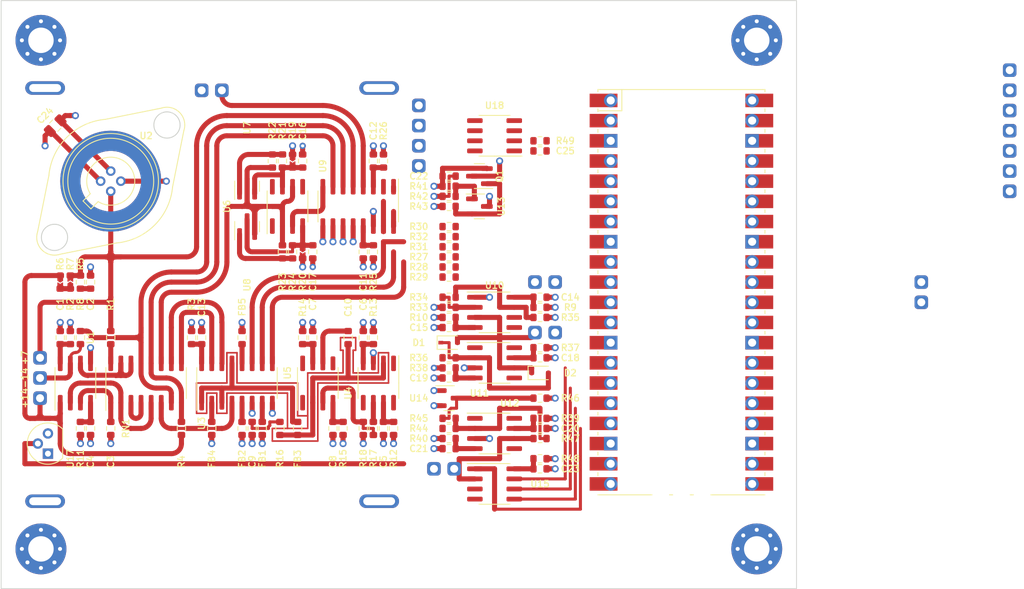
<source format=kicad_pcb>
(kicad_pcb (version 20211014) (generator pcbnew)
  (layers (0 "F.Cu" signal) (1 "In1.Cu" signal) (2 "In2.Cu" signal) (31 "B.Cu" signal) (34 "B.Paste" user) (35 "F.Paste" user) (36 "B.SilkS" user "B.Silkscreen") (37 "F.SilkS" user "F.Silkscreen") (38 "B.Mask" user) (39 "F.Mask" user) (44 "Edge.Cuts" user))
  (net 0 "")
  (net 1 "GND")
  (net 2 "Net-(C1-Pad2)")
  (net 3 "Net-(C2-Pad1)")
  (net 4 "Net-(C4-Pad1)")
  (net 5 "-15V")
  (net 6 "/-REF")
  (net 7 "/+REF")
  (net 8 "+15V")
  (net 9 "Net-(FB1-Pad1)")
  (net 10 "Net-(FB2-Pad1)")
  (net 11 "Net-(FB3-Pad2)")
  (net 12 "Net-(C3-Pad1)")
  (net 13 "Net-(C14-Pad2)")
  (net 14 "Net-(C13-Pad2)")
  (net 15 "Net-(C5-Pad2)")
  (net 16 "Net-(C6-Pad1)")
  (net 17 "Net-(C7-Pad2)")
  (net 18 "Net-(C8-Pad1)")
  (net 25 "Net-(C9-Pad1)")
  (net 26 "Net-(C10-Pad1)")
  (net 27 "/INT")
  (net 28 "Net-(R17-Pad1)")
  (net 29 "Net-(R17-Pad2)")
  (net 30 "/BOOT+")
  (net 31 "/BOOT-")
  (net 32 "Net-(R21-Pad1)")
  (net 33 "/VIN")
  (net 34 "Net-(R23-Pad1)")
  (net 38 "Net-(C11-Pad2)")
  (net 39 "Net-(C12-Pad1)")
  (net 40 "Net-(R27-Pad1)")
  (net 41 "Net-(R28-Pad1)")
  (net 42 "Net-(R29-Pad1)")
  (net 43 "Net-(R30-Pad1)")
  (net 44 "Net-(R31-Pad1)")
  (net 45 "Net-(R32-Pad1)")
  (net 47 "Net-(J13-Pad1)")
  (net 48 "+3V3")
  (net 49 "Net-(U6-Pad3)")
  (net 50 "Net-(FB4-Pad1)")
  (net 51 "Net-(FB5-Pad1)")
  (net 52 "Net-(C20-Pad2)")
  (net 53 "Net-(C15-Pad1)")
  (net 54 "Net-(R1-Pad1)")
  (net 55 "Net-(R6-Pad1)")
  (net 56 "Net-(RN1-Pad2)")
  (net 57 "Net-(RN1-Pad3)")
  (net 58 "Net-(RN1-Pad6)")
  (net 59 "Net-(RN1-Pad9)")
  (net 60 "Net-(RN1-Pad10)")
  (net 61 "Net-(RN1-Pad14)")
  (net 62 "Net-(C18-Pad2)")
  (net 63 "Net-(C19-Pad1)")
  (net 64 "Net-(D1-Pad1)")
  (net 65 "/SLOPE")
  (net 66 "Net-(R33-Pad2)")
  (net 67 "/COMP")
  (net 73 "Net-(C21-Pad1)")
  (net 74 "Net-(C25-Pad2)")
  (net 75 "Net-(C23-Pad2)")
  (net 76 "Net-(Q1-Pad1)")
  (net 77 "Net-(R41-Pad1)")
  (net 78 "Net-(J2-Pad1)")
  (net 79 "Net-(R45-Pad2)")
  (net 83 "/RAW")
  (net 111 "Net-(J2-Pad5)")
  (net 112 "Net-(J2-Pad6)")
  (net 113 "Net-(J2-Pad7)")
  (net 114 "Net-(J12-Pad1)")
  (net 115 "Net-(J12-Pad2)")
  (net 116 "Net-(J12-Pad3)")
  (net 117 "Net-(U15-Pad7)")
  (net 118 "Net-(U15-Pad6)")
  (net 119 "Net-(U15-Pad5)")
  (net 120 "Net-(U15-Pad1)")
  (net 121 "Net-(J12-Pad4)")
  (net 122 "Net-(U16-Pad22)")
  (net 123 "Net-(R44-Pad2)")
  (net 124 "/SLOPE2")
  (net 125 "Net-(U15-Pad3)")
  (net 126 "Net-(U16-Pad21)")
  (net 127 "Net-(U16-Pad4)")
  (net 128 "Net-(U16-Pad2)")
  (footprint "0603 Jumper:0603 Jumper" (layer "F.Cu") (at 99.695 98.425 90)
    (fp_text reference "R7")
    (fp_text value "0R")
  )
  (footprint "Connector_PinHeader_2.54mm:PinHeader_1x02_P2.54mm_Vertical" (layer "F.Cu") (at 158.115 98.425 90)
    (fp_text reference "J3" hide)
    (fp_text value "COMP")
  )
  (footprint "Resistor_SMD:R_0603_1608Metric" (layer "F.Cu") (at 158.75 118.11 180)
    (fp_text reference "R47")
    (fp_text value "15K")
  )
  (footprint "Resistor_SMD:R_0603_1608Metric" (layer "F.Cu") (at 147.32 97.79)
    (fp_text reference "R29")
    (fp_text value "1K")
  )
  (footprint "Package_SO:SOIC-16_3.9x9.9mm_P1.27mm" (layer "F.Cu") (at 109.22 111.125 90)
    (fp_text reference "RN1")
    (fp_text value "10K")
  )
  (footprint "Resistor_SMD:R_0603_1608Metric" (layer "F.Cu") (at 139.065 116.84 90)
    (fp_text reference "C5")
    (fp_text value "1uf")
  )
  (footprint "MountingHole:MountingHole_3.2mm_M3_Pad_Via" (layer "F.Cu") (at 96 132)
    (fp_text reference "H2" hide)
    (fp_text value "MountingHole")
  )
  (footprint "Resistor_SMD:R_0603_1608Metric" (layer "F.Cu") (at 147.32 109.22)
    (fp_text reference "R38")
    (fp_text value "10R")
  )
  (footprint "MountingHole:MountingHole_3.2mm_M3_Pad_Via" (layer "F.Cu") (at 96 68)
    (fp_text reference "H4" hide)
    (fp_text value "MountingHole")
  )
  (footprint "Resistor_SMD:R_0603_1608Metric" (layer "F.Cu") (at 126.365 83.185 -90)
    (fp_text reference "R21")
    (fp_text value "10K")
  )
  (footprint "Resistor_SMD:R_0603_1608Metric" (layer "F.Cu") (at 147.32 88.9 180)
    (fp_text reference "R43")
    (fp_text value "10R")
  )
  (footprint "Resistor_SMD:R_0603_1608Metric" (layer "F.Cu") (at 127.635 94.615 -90)
    (fp_text reference "R24")
    (fp_text value "10K")
  )
  (footprint "MountingHole:MountingHole_3.2mm_M3_Pad_Via" (layer "F.Cu") (at 186 68)
    (fp_text reference "H3" hide)
    (fp_text value "MountingHole")
  )
  (footprint "Resistor_SMD:R_0603_1608Metric" (layer "F.Cu") (at 147.32 118.11)
    (fp_text reference "R40")
    (fp_text value "10R")
  )
  (footprint "Resistor_SMD:R_0603_1608Metric" (layer "F.Cu") (at 147.32 119.38 180)
    (fp_text reference "C21")
    (fp_text value "1uf")
  )
  (footprint "Package_SO:SOIC-8_3.9x4.9mm_P1.27mm" (layer "F.Cu") (at 153.035 117.475)
    (fp_text reference "U12")
    (fp_text value "OPA197")
  )
  (footprint "Resistor_SMD:R_0603_1608Metric" (layer "F.Cu") (at 98.425 105.41 -90)
    (fp_text reference "C1")
    (fp_text value "1uf")
  )
  (footprint "Resistor_SMD:R_0603_1608Metric" (layer "F.Cu") (at 147.32 87.63)
    (fp_text reference "R42")
    (fp_text value "10R")
  )
  (footprint "Resistor_SMD:R_0603_1608Metric" (layer "F.Cu") (at 125.095 83.185 90)
    (fp_text reference "R22")
    (fp_text value "10K")
  )
  (footprint "Package_TO_SOT_SMD:SOT-23" (layer "F.Cu") (at 151.13 85.09 180)
    (fp_text reference "Q1")
    (fp_text value "5551")
  )
  (footprint "Resistor_SMD:R_0603_1608Metric" (layer "F.Cu") (at 147.32 100.33)
    (fp_text reference "R34")
    (fp_text value "100K")
  )
  (footprint "Resistor_SMD:R_0603_1608Metric" (layer "F.Cu") (at 113.665 116.84 -90)
    (fp_text reference "R4")
    (fp_text value "0R")
  )
  (footprint "Resistor_SMD:R_0603_1608Metric" (layer "F.Cu") (at 158.75 116.84 180)
    (fp_text reference "C20")
    (fp_text value "1uf")
  )
  (footprint "Resistor_SMD:R_0603_1608Metric" (layer "F.Cu") (at 147.32 116.84)
    (fp_text reference "R44")
    (fp_text value "50K")
  )
  (footprint "Resistor_SMD:R_0603_1608Metric" (layer "F.Cu") (at 140.335 116.84 -90)
    (fp_text reference "R12")
    (fp_text value "10R")
  )
  (footprint "Resistor_SMD:R_0603_1608Metric" (layer "F.Cu") (at 117.475 116.84 -90)
    (fp_text reference "FB4")
    (fp_text value "FB")
  )
  (footprint "Resistor_SMD:R_0603_1608Metric" (layer "F.Cu") (at 126.0475 116.84 -90)
    (fp_text reference "R16")
    (fp_text value "100R")
  )
  (footprint "Connector_PinHeader_2.54mm:PinHeader_1x04_P2.54mm_Vertical" (layer "F.Cu") (at 143.51 83.81 180)
    (fp_text reference "J12" hide)
    (fp_text value "UART")
  )
  (footprint "Resistor_SMD:R_0603_1608Metric" (layer "F.Cu") (at 130.175 94.615 -90)
    (fp_text reference "C17")
    (fp_text value "1uf")
  )
  (footprint "Connector_PinHeader_2.54mm:PinHeader_1x01_P2.54mm_Vertical" (layer "F.Cu") (at 96.525 126)
    (fp_text reference "J4" hide)
    (fp_text value "SLOT")
  )
  (footprint "Resistor_SMD:R_0603_1608Metric" (layer "F.Cu") (at 137.795 116.84 -90)
    (fp_text reference "R17")
    (fp_text value "10K")
  )
  (footprint "Resistor_SMD:R_0603_1608Metric" (layer "F.Cu") (at 147.32 86.36 180)
    (fp_text reference "R41")
    (fp_text value "10R")
  )
  (footprint "Resistor_SMD:R_0603_1608Metric" (layer "F.Cu") (at 99.695 105.41 90)
    (fp_text reference "R2")
    (fp_text value "10R")
  )
  (footprint "0603 Jumper:Ref Case" (layer "F.Cu") (at 104.775 85.725 45)
    (fp_text reference "N1" hide)
    (fp_text value "REF CASE")
    (fp_circle (center 10 0) (end 11.65 0) (layer "Edge.Cuts") (width 0.12) (fill none))
    (fp_circle (center -10 0) (end -8.35 0) (layer "Edge.Cuts") (width 0.12) (fill none))
  )
  (footprint "Resistor_SMD:R_0603_1608Metric" (layer "F.Cu") (at 158.75 100.33 180)
    (fp_text reference "C14")
    (fp_text value "1uf")
  )
  (footprint "Resistor_SMD:R_0603_1608Metric" (layer "F.Cu") (at 137.795 83.185 90)
    (fp_text reference "C12")
    (fp_text value "1uf")
  )
  (footprint "0603 Jumper:0603 Jumper" (layer "F.Cu") (at 128.905 94.615 -90)
    (fp_text reference "R20")
    (fp_text value "0R")
  )
  (footprint "Resistor_SMD:R_0603_1608Metric" (layer "F.Cu") (at 136.525 94.615 90)
    (fp_text reference "C11")
    (fp_text value "1uf")
  )
  (footprint "Package_SO:SOIC-16_3.9x9.9mm_P1.27mm" (layer "F.Cu") (at 120.65 111.125 90)
    (fp_text reference "U3")
    (fp_text value "CD4053B")
  )
  (footprint "Resistor_SMD:R_0603_1608Metric" (layer "F.Cu") (at 100.965 105.41 -90)
    (fp_text reference "R8")
    (fp_text value "0R")
  )
  (footprint "Connector_PinHeader_2.54mm:PinHeader_1x02_P2.54mm_Vertical" (layer "F.Cu") (at 158.115 104.775 90)
    (fp_text reference "J14" hide)
    (fp_text value "SLOPE")
  )
  (footprint "Resistor_SMD:R_0603_1608Metric" (layer "F.Cu") (at 102.235 116.84 -90)
    (fp_text reference "C4")
    (fp_text value "1uf")
  )
  (footprint "Resistor_SMD:R_0603_1608Metric" (layer "F.Cu") (at 130.175 105.41 -90)
    (fp_text reference "C7")
    (fp_text value "1uf")
  )
  (footprint "Resistor_SMD:R_0603_1608Metric" (layer "F.Cu") (at 139.065 83.185 -90)
    (fp_text reference "R26")
    (fp_text value "10R")
  )
  (footprint "Resistor_SMD:R_0603_1608Metric" (layer "F.Cu") (at 147.32 96.52)
    (fp_text reference "R28")
    (fp_text value "1K")
  )
  (footprint "Resistor_SMD:R_0603_1608Metric" (layer "F.Cu") (at 147.32 93.98)
    (fp_text reference "R31")
    (fp_text value "1K")
  )
  (footprint "Resistor_SMD:R_0603_1608Metric" (layer "F.Cu") (at 147.32 91.44)
    (fp_text reference "R30")
    (fp_text value "1K")
  )
  (footprint "Resistor_SMD:R_0603_1608Metric" (layer "F.Cu") (at 100.965 98.425 90)
    (fp_text reference "R5")
    (fp_text value "5R1")
  )
  (footprint "Diode_SMD:D_SOD-323" (layer "F.Cu") (at 158.75 109.855)
    (fp_text reference "D2")
    (fp_text value "4148")
  )
  (footprint "Resistor_SMD:R_0603_1608Metric" (layer "F.Cu") (at 121.285 116.84 -90)
    (fp_text reference "FB2")
    (fp_text value "FB")
  )
  (footprint "Package_SO:SOIC-8_3.9x4.9mm_P1.27mm" (layer "F.Cu") (at 138.43 111.125 -90)
    (fp_text reference "U4")
    (fp_text value "OPA1xx")
  )
  (footprint "Resistor_SMD:R_0603_1608Metric" (layer "F.Cu") (at 158.75 81.915 180)
    (fp_text reference "C25")
    (fp_text value "1uf")
  )
  (footprint "Capacitor_SMD:C_0805_2012Metric" (layer "F.Cu") (at 97.79 78.74 -135)
    (fp_text reference "C24")
    (fp_text value "1uF")
  )
  (footprint "Resistor_SMD:R_0603_1608Metric" (layer "F.Cu") (at 132.715 116.84 -90)
    (fp_text reference "C8")
    (fp_text value "1uf")
  )
  (footprint "Resistor_SMD:R_0603_1608Metric" (layer "F.Cu") (at 147.32 85.09)
    (fp_text reference "C22")
    (fp_text value "1uf")
  )
  (footprint "Resistor_SMD:R_0603_1608Metric" (layer "F.Cu") (at 136.525 105.41 90)
    (fp_text reference "C6")
    (fp_text value "1uf")
  )
  (footprint "Resistor_SMD:R_0603_1608Metric" (layer "F.Cu") (at 147.32 107.95)
    (fp_text reference "R36")
    (fp_text value "10K")
  )
  (footprint "Resistor_SMD:R_0603_1608Metric" (layer "F.Cu") (at 137.795 105.41 -90)
    (fp_text reference "R13")
    (fp_text value "10R")
  )
  (footprint "Resistor_SMD:R_0603_1608Metric" (layer "F.Cu") (at 158.75 101.6)
    (fp_text reference "R9")
    (fp_text value "10R")
  )
  (footprint "Package_TO_SOT_SMD:SOT-23" (layer "F.Cu") (at 121.92 86.36 90)
    (fp_text reference "U7")
    (fp_text value "431")
  )
  (footprint "Package_SO:SOIC-8_3.9x4.9mm_P1.27mm" (layer "F.Cu") (at 127 88.9 90)
    (fp_text reference "U6")
    (fp_text value "OPA1xx")
  )
  (footprint "Resistor_SMD:R_0603_1608Metric" (layer "F.Cu") (at 116.205 105.41 -90)
    (fp_text reference "C13")
    (fp_text value "1uf")
  )
  (footprint "Resistor_SMD:R_0603_1608Metric" (layer "F.Cu") (at 158.75 80.645)
    (fp_text reference "R49")
    (fp_text value "10R")
  )
  (footprint "Resistor_SMD:R_0603_1608Metric" (layer "F.Cu") (at 158.75 106.68)
    (fp_text reference "R37")
    (fp_text value "10R")
  )
  (footprint "Package_SO:SOIC-16_3.9x9.9mm_P1.27mm" (layer "F.Cu") (at 135.89 88.9 -90)
    (fp_text reference "U9")
    (fp_text value "408")
  )
  (footprint "Resistor_SMD:R_0603_1608Metric" (layer "F.Cu") (at 158.75 115.57)
    (fp_text reference "R39")
    (fp_text value "10R")
  )
  (footprint "Resistor_SMD:R_0603_1608Metric" (layer "F.Cu") (at 147.32 92.71)
    (fp_text reference "R32")
    (fp_text value "1K")
  )
  (footprint "Resistor_SMD:R_0603_1608Metric" (layer "F.Cu") (at 147.32 115.57 180)
    (fp_text reference "R45")
    (fp_text value "25K")
  )
  (footprint "Package_SO:SOIC-8_3.9x4.9mm_P1.27mm" (layer "F.Cu") (at 153.035 123.825)
    (fp_text reference "U15")
    (fp_text value "MCP3202")
  )
  (footprint "Connector_PinHeader_2.54mm:PinHeader_1x02_P2.54mm_Vertical" (layer "F.Cu") (at 206.6925 98.425)
    (fp_text reference "J1" hide)
    (fp_text value "INT")
  )
  (footprint "Resistor_SMD:R_0603_1608Metric" (layer "F.Cu") (at 102.235 98.425 90)
    (fp_text reference "C2")
    (fp_text value "1uF")
  )
  (footprint "Package_TO_SOT_THT:TO-92" (layer "F.Cu") (at 96.88 120.015 90)
    (fp_text reference "U17")
    (fp_text value "LM35")
  )
  (footprint "MCU_RaspberryPi_and_Boards:RPi_Pico_SMD_TH" (layer "F.Cu") (at 176.53 99.695)
    (fp_text reference "U16" hide)
    (fp_text value "Pico")
  )
  (footprint "Resistor_SMD:R_0603_1608Metric" (layer "F.Cu") (at 136.525 116.84 90)
    (fp_text reference "R18")
    (fp_text value "1K")
  )
  (footprint "Resistor_SMD:R_0603_1608Metric" (layer "F.Cu") (at 133.985 116.84 90)
    (fp_text reference "R15")
    (fp_text value "10R")
  )
  (footprint "Package_SO:SOIC-8_3.9x4.9mm_P1.27mm" (layer "F.Cu") (at 153.035 102.235)
    (fp_text reference "U10")
    (fp_text value "LM311")
  )
  (footprint "Resistor_SMD:R_0603_1608Metric" (layer "F.Cu") (at 100.965 116.84 90)
    (fp_text reference "R11")
    (fp_text value "10R")
  )
  (footprint "Package_SO:SOIC-8_3.9x4.9mm_P1.27mm" (layer "F.Cu") (at 130.81 111.125 90)
    (fp_text reference "U5")
    (fp_text value "OPA1xx")
  )
  (footprint "Resistor_SMD:R_0603_1608Metric" (layer "F.Cu") (at 128.905 83.185 -90)
    (fp_text reference "C16")
    (fp_text value "1uf")
  )
  (footprint "Resistor_SMD:R_0603_1608Metric" (layer "F.Cu") (at 147.32 102.87)
    (fp_text reference "R10")
    (fp_text value "10R")
  )
  (footprint "Connector_PinHeader_2.54mm:PinHeader_1x03_P2.54mm_Vertical" (layer "F.Cu") (at 95.885 107.95)
    (fp_text reference "J11" hide)
    (fp_text value "TEST")
  )
  (footprint "Package_SO:SOIC-8_3.9x4.9mm_P1.27mm" (layer "F.Cu") (at 100.33 111.125 90)
    (fp_text reference "U1")
    (fp_text value "OPA21xx")
  )
  (footprint "Connector_PinHeader_2.54mm:PinHeader_1x01_P2.54mm_Vertical" (layer "F.Cu") (at 138.525 74)
    (fp_text reference "J9" hide)
    (fp_text value "SLOT")
  )
  (footprint "Connector_PinHeader_2.54mm:PinHeader_1x07_P2.54mm_Vertical" (layer "F.Cu") (at 217.805 71.755)
    (fp_text reference "J2" hide)
    (fp_text value "TEST")
  )
  (footprint "Resistor_SMD:R_0603_1608Metric" (layer "F.Cu") (at 147.32 104.14 180)
    (fp_text reference "C15")
    (fp_text value "1uf")
  )
  (footprint "Resistor_SMD:R_0603_1608Metric" (layer "F.Cu") (at 123.825 116.84 -90)
    (fp_text reference "FB1")
    (fp_text value "FB")
  )
  (footprint "Resistor_SMD:R_0603_1608Metric" (layer "F.Cu") (at 158.75 120.65)
    (fp_text reference "R48")
    (fp_text value "10R")
  )
  (footprint "MountingHole:MountingHole_3.2mm_M3_Pad_Via" (layer "F.Cu") (at 186 132)
    (fp_text reference "H1" hide)
    (fp_text value "MountingHole")
  )
  (footprint "Resistor_SMD:R_0603_1608Metric" (layer "F.Cu") (at 137.795 94.615 -90)
    (fp_text reference "R25")
    (fp_text value "10R")
  )
  (footprint "Connector_PinHeader_2.54mm:PinHeader_1x01_P2.54mm_Vertical" (layer "F.Cu") (at 138.525 126)
    (fp_text reference "J5" hide)
    (fp_text value "SLOT")
  )
  (footprint "Resistor_SMD:R_0603_1608Metric" (layer "F.Cu") (at 128.27 116.84 90)
    (fp_text reference "FB3")
    (fp_text value "FB")
  )
  (footprint "Package_SO:SOIC-8_3.9x4.9mm_P1.27mm" (layer "F.Cu") (at 153.035 80.01 180)
    (fp_text reference "U18")
    (fp_text value "ADuM121N")
  )
  (footprint "Resistor_SMD:R_0603_1608Metric" (layer "F.Cu") (at 104.775 105.41 90)
    (fp_text reference "R1")
    (fp_text value "0R")
  )
  (footprint "Resistor_SMD:R_0603_1608Metric" (layer "F.Cu") (at 147.32 95.25)
    (fp_text reference "R27")
    (fp_text value "1K")
  )
  (footprint "Resistor_SMD:R_0603_1608Metric" (layer "F.Cu") (at 158.75 102.87)
    (fp_text reference "R35")
    (fp_text value "1K")
  )
  (footprint "Package_TO_SOT_SMD:SOT-23" (layer "F.Cu") (at 151.13 88.9)
    (fp_text reference "U13")
    (fp_text value "431")
  )
  (footprint "Resistor_SMD:R_0603_1608Metric" (layer "F.Cu") (at 121.285 105.41 90)
    (fp_text reference "FB5")
    (fp_text value "FB")
  )
  (footprint "Resistor_SMD:R_0603_1608Metric" (layer "F.Cu") (at 128.905 105.41 90)
    (fp_text reference "R14")
    (fp_text value "10R")
  )
  (footprint "Resistor_SMD:R_0603_1608Metric" (layer "F.Cu") (at 134.62 105.41 90)
    (fp_text reference "C10")
    (fp_text value "1nF")
  )
  (footprint "Resistor_SMD:R_0603_1608Metric" (layer "F.Cu") (at 147.32 101.6)
    (fp_text reference "R33")
    (fp_text value "1K")
  )
  (footprint "Resistor_SMD:R_0603_1608Metric" (layer "F.Cu") (at 126.365 94.615 90)
    (fp_text reference "R23")
    (fp_text value "10K")
  )
  (footprint "Package_TO_SOT_SMD:SOT-23" (layer "F.Cu") (at 121.92 91.44 90)
    (fp_text reference "U8")
    (fp_text value "431")
  )
  (footprint "Resistor_SMD:R_0603_1608Metric" (layer "F.Cu") (at 114.935 105.41 90)
    (fp_text reference "R3")
    (fp_text value "10R")
  )
  (footprint "Diode_SMD:D_SOD-323" (layer "F.Cu") (at 147.32 106.045)
    (fp_text reference "D1")
    (fp_text value "4148")
  )
  (footprint "Package_TO_SOT_SMD:SOT-23" (layer "F.Cu") (at 147.32 113.03)
    (fp_text reference "U14")
    (fp_text value "431")
  )
  (footprint "0603 Jumper:0603 Jumper" (layer "F.Cu") (at 98.425 98.425 -90)
    (fp_text reference "R6")
    (fp_text value "0R")
  )
  (footprint "Resistor_SMD:R_0603_1608Metric" (layer "F.Cu") (at 122.555 116.84 -90)
    (fp_text reference "C9")
    (fp_text value "100pF")
  )
  (footprint "Connector_PinHeader_2.54mm:PinHeader_1x01_P2.54mm_Vertical" (layer "F.Cu") (at 96.525 74)
    (fp_text reference "J6" hide)
    (fp_text value "SLOT")
  )
  (footprint "Connector_PinHeader_2.54mm:PinHeader_1x02_P2.54mm_Vertical" (layer "F.Cu") (at 147.955 121.92 -90)
    (fp_text reference "J7" hide)
    (fp_text value "SLOPE2")
  )
  (footprint "Resistor_SMD:R_0603_1608Metric" (layer "F.Cu") (at 158.75 113.03)
    (fp_text reference "R46")
    (fp_text value "5K6")
  )
  (footprint "Connector_PinHeader_2.54mm:PinHeader_1x02_P2.54mm_Vertical" (layer "F.Cu") (at 118.745 74.295 -90)
    (fp_text reference "J13" hide)
    (fp_text value "INPUT")
  )
  (footprint "Package_SO:SOIC-8_3.9x4.9mm_P1.27mm" (layer "F.Cu") (at 153.035 108.585)
    (fp_text reference "U11")
    (fp_text value "NE5534")
  )
  (footprint "Resistor_SMD:R_0603_1608Metric" (layer "F.Cu") (at 147.32 110.49 180)
    (fp_text reference "C19")
    (fp_text value "1uf")
  )
  (footprint "Resistor_SMD:R_0603_1608Metric" (layer "F.Cu") (at 158.75 121.92 180)
    (fp_text reference "C23")
    (fp_text value "1uf")
  )
  (footprint "0603 Jumper:0603 Jumper" (layer "F.Cu") (at 127.635 83.185 -90)
    (fp_text reference "R19")
    (fp_text value "0R")
  )
  (footprint "Resistor_SMD:R_0603_1608Metric" (layer "F.Cu") (at 158.75 107.95 180)
    (fp_text reference "C18")
    (fp_text value "1uf")
  )
  (footprint "Package_TO_SOT_THT:Analog_TO-46-4_ThermalShield" (layer "F.Cu") (at 104.775 86.995 90)
    (fp_text reference "U2")
    (fp_text value "LM399")
  )
  (footprint "Resistor_SMD:R_0603_1608Metric" (layer "F.Cu") (at 104.775 116.84 -90)
    (fp_text reference "C3")
    (fp_text value "100nF")
  )
  (gr_rect (start 91 63) (end 191 137) (layer "Edge.Cuts") (width 0.1) (fill none))
  (gr_text "+14\n" (at 93.98 113.03 90) (layer "F.SilkS") (effects (font (size 0.8128 0.8128) (thickness 0.1524))))
  (gr_text "-14\n" (at 93.98 110.49 90) (layer "F.SilkS") (effects (font (size 0.8128 0.8128) (thickness 0.1524))))
  (gr_text "+7" (at 93.98 107.95 90) (layer "F.SilkS") (effects (font (size 0.8128 0.8128) (thickness 0.1524))))
  (segment (start 139.065 117.665) (end 139.065 118.745) (width 0.635) (layer "F.Cu") (net 1))
  (segment (start 125.095 113.6) (end 125.095 114.935) (width 0.635) (layer "F.Cu") (net 1))
  (segment (start 122.555 113.6) (end 122.555 114.935) (width 0.635) (layer "F.Cu") (net 1))
  (segment (start 130.175 104.585) (end 130.175 103.505) (width 0.635) (layer "F.Cu") (net 1))
  (segment (start 132.715 91.375) (end 132.715 93.345) (width 0.635) (layer "F.Cu") (net 1))
  (segment (start 136.525 117.665) (end 136.525 118.745) (width 0.635) (layer "F.Cu") (net 1))
  (segment (start 150.56 118.11) (end 152.4 118.11) (width 0.635) (layer "F.Cu") (net 1))
  (segment (start 121.285 104.585) (end 121.285 103.505) (width 0.635) (layer "F.Cu") (net 1))
  (segment (start 136.525 95.44) (end 136.525 96.52) (width 0.635) (layer "F.Cu") (net 1))
  (segment (start 150.56 100.33) (end 152.4 100.33) (width 0.635) (layer "F.Cu") (net 1))
  (segment (start 120.65 107.315) (end 119.38 107.315) (width 0.2) (layer "F.Cu") (net 1))
  (segment (start 146.495 87.63) (end 145.415 87.63) (width 0.635) (layer "F.Cu") (net 1))
  (segment (start 102.235 97.6) (end 102.235 96.52) (width 0.635) (layer "F.Cu") (net 1))
  (segment (start 131.445 91.375) (end 131.445 93.345) (width 0.635) (layer "F.Cu") (net 1))
  (segment (start 135.5725 106.9975) (end 135.255 106.9975) (width 0.2) (layer "F.Cu") (net 1))
  (segment (start 147.32 85.09) (end 147.32 87.63) (width 0.381) (layer "F.Cu") (net 1))
  (segment (start 102.235 108.65) (end 102.235 106.68) (width 0.635) (layer "F.Cu") (net 1))
  (segment (start 119.38 107.315) (end 119.38 111.125) (width 0.2) (layer "F.Cu") (net 1))
  (segment (start 129.54 109.855) (end 129.54 116.84) (width 0.2) (layer "F.Cu") (net 1))
  (segment (start 106.045 85.725) (end 111.76 85.725) (width 0.635) (layer "F.Cu") (net 1))
  (segment (start 118.11 114.935) (end 119.38 114.935) (width 0.2) (layer "F.Cu") (net 1))
  (segment (start 119.38 114.935) (end 119.38 112.395) (width 0.2) (layer "F.Cu") (net 1))
  (segment (start 115.57 114.935) (end 116.84 114.935) (width 0.2) (layer "F.Cu") (net 1))
  (segment (start 137.795 108.65) (end 137.795 107.315) (width 0.635) (layer "F.Cu") (net 1))
  (segment (start 125.095 118.4275) (end 130.81 118.4275) (width 0.2) (layer "F.Cu") (net 1))
  (segment (start 159.575 100.33) (end 160.655 100.33) (width 0.635) (layer "F.Cu") (net 1))
  (segment (start 128.27 115.2525) (end 128.27 111.125) (width 0.2) (layer "F.Cu") (net 1))
  (segment (start 135.255 106.9975) (end 135.255 109.87298) (width 0.2) (layer "F.Cu") (net 1))
  (segment (start 117.475 117.665) (end 117.475 118.745) (width 0.635) (layer "F.Cu") (net 1))
  (segment (start 146.495 101.6) (end 145.415 101.6) (width 0.635) (layer "F.Cu") (net 1))
  (segment (start 146.495 119.38) (end 145.415 119.38) (width 0.635) (layer "F.Cu") (net 1))
  (segment (start 119.38 111.125) (end 115.57 111.125) (width 0.2) (layer "F.Cu") (net 1))
  (segment (start 135.89 109.855) (end 135.255 109.855) (width 0.2) (layer "F.Cu") (net 1))
  (segment (start 152.4 88.9) (end 152.4 87.63) (width 0.635) (layer "F.Cu") (net 1))
  (segment (start 133.985 106.9975) (end 133.6675 106.9975) (width 0.2) (layer "F.Cu") (net 1))
  (segment (start 135.5725 105.41) (end 135.5725 106.9975) (width 0.2) (layer "F.Cu") (net 1))
  (segment (start 159.575 107.95) (end 160.655 107.95) (width 0.635) (layer "F.Cu") (net 1))
  (segment (start 118.11 112.395) (end 118.11 114.935) (width 0.2) (layer "F.Cu") (net 1))
  (segment (start 146.495 110.49) (end 145.415 110.49) (width 0.635) (layer "F.Cu") (net 1))
  (segment (start 135.255 91.375) (end 135.255 93.345) (width 0.635) (layer "F.Cu") (net 1))
  (segment (start 128.27 111.125) (end 120.65 111.125) (width 0.2) (layer "F.Cu") (net 1))
  (segment (start 129.54 116.84) (end 127 116.84) (width 0.2) (layer "F.Cu") (net 1))
  (segment (start 133.6675 106.9975) (end 133.6675 105.41) (width 0.2) (layer "F.Cu") (net 1))
  (segment (start 130.175 95.44) (end 130.175 96.52) (width 0.635) (layer "F.Cu") (net 1))
  (segment (start 123.825 117.665) (end 123.825 118.745) (width 0.635) (layer "F.Cu") (net 1))
  (segment (start 147.32 87.63) (end 146.495 87.63) (width 0.381) (layer "F.Cu") (net 1))
  (segment (start 133.985 109.855) (end 133.985 106.9975) (width 0.2) (layer "F.Cu") (net 1))
  (segment (start 102.235 117.665) (end 102.235 118.745) (width 0.635) (layer "F.Cu") (net 1))
  (segment (start 133.985 91.375) (end 133.985 93.345) (width 0.635) (layer "F.Cu") (net 1))
  (segment (start 116.205 104.585) (end 116.205 103.505) (width 0.635) (layer "F.Cu") (net 1))
  (segment (start 128.27 115.2525) (end 129.55798 115.2525) (width 0.2) (layer "F.Cu") (net 1))
  (segment (start 130.81 118.4275) (end 130.81 111.125) (width 0.2) (layer "F.Cu") (net 1))
  (segment (start 138.43 109.855) (end 135.89 109.855) (width 0.2) (layer "F.Cu") (net 1))
  (segment (start 137.795 82.36) (end 137.795 81.28) (width 0.635) (layer "F.Cu") (net 1))
  (segment (start 159.575 116.84) (end 160.655 116.84) (width 0.635) (layer "F.Cu") (net 1))
  (segment (start 119.38 112.395) (end 127 112.395) (width 0.2) (layer "F.Cu") (net 1))
  (segment (start 127 116.84) (end 125.095 116.84) (width 0.2) (layer "F.Cu") (net 1))
  (segment (start 136.525 104.585) (end 136.525 103.505) (width 0.635) (layer "F.Cu") (net 1))
  (segment (start 146.3825 113.98) (end 145.415 113.98) (width 0.635) (layer "F.Cu") (net 1))
  (segment (start 133.6675 105.41) (end 135.5725 105.41) (width 0.2) (layer "F.Cu") (net 1))
  (segment (start 138.43 107.315) (end 138.43 109.855) (width 0.2) (layer "F.Cu") (net 1))
  (segment (start 152.0675 88.9) (end 152.4 88.9) (width 0.635) (layer "F.Cu") (net 1))
  (segment (start 128.905 82.36) (end 128.905 81.28) (width 0.635) (layer "F.Cu") (net 1))
  (segment (start 116.84 112.395) (end 118.11 112.395) (width 0.2) (layer "F.Cu") (net 1))
  (segment (start 116.84 114.935) (end 116.84 112.395) (width 0.2) (layer "F.Cu") (net 1))
  (segment (start 159.575 121.92) (end 160.655 121.92) (width 0.635) (layer "F.Cu") (net 1))
  (segment (start 130.81 111.125) (end 139.7 111.125) (width 0.2) (layer "F.Cu") (net 1))
  (segment (start 150.56 109.22) (end 149.225 109.22) (width 0.635) (layer "F.Cu") (net 1))
  (segment (start 120.65 111.125) (end 120.65 107.315) (width 0.2) (layer "F.Cu") (net 1))
  (segment (start 139.7 107.315) (end 138.43 107.315) (width 0.2) (layer "F.Cu") (net 1))
  (segment (start 146.495 104.14) (end 145.415 104.14) (width 0.635) (layer "F.Cu") (net 1))
  (segment (start 115.57 111.125) (end 115.57 114.935) (width 0.2) (layer "F.Cu") (net 1))
  (segment (start 137.795 91.375) (end 137.795 89.535) (width 0.635) (layer "F.Cu") (net 1))
  (segment (start 104.775 117.665) (end 104.775 118.745) (width 0.635) (layer "F.Cu") (net 1))
  (segment (start 121.285 117.665) (end 121.285 118.745) (width 0.635) (layer "F.Cu") (net 1))
  (segment (start 139.7 111.125) (end 139.7 107.315) (width 0.2) (layer "F.Cu") (net 1))
  (segment (start 133.985 109.855) (end 129.54 109.855) (width 0.2) (layer "F.Cu") (net 1))
  (segment (start 127 112.395) (end 127 116.84) (width 0.2) (layer "F.Cu") (net 1))
  (segment (start 125.095 116.84) (end 125.095 118.4275) (width 0.2) (layer "F.Cu") (net 1))
  (segment (start 148.145 85.09) (end 147.32 85.09) (width 0.381) (layer "F.Cu") (net 1))
  (segment (start 122.555 117.665) (end 122.555 118.745) (width 0.635) (layer "F.Cu") (net 1))
  (segment (start 132.715 117.665) (end 132.715 118.745) (width 0.635) (layer "F.Cu") (net 1))
  (segment (start 98.425 104.585) (end 98.425 103.505) (width 0.635) (layer "F.Cu") (net 1))
  (via (at 116.205 103.505) (size 0.889) (drill 0.508) (layers "F.Cu" "B.Cu") (net 1))
  (via (at 160.655 100.33) (size 0.889) (drill 0.508) (layers "F.Cu" "B.Cu") (net 1))
  (via (at 111.76 85.725) (size 0.889) (drill 0.508) (layers "F.Cu" "B.Cu") (net 1))
  (via (at 145.415 119.38) (size 0.889) (drill 0.508) (layers "F.Cu" "B.Cu") (net 1))
  (via (at 117.475 118.745) (size 0.889) (drill 0.508) (layers "F.Cu" "B.Cu") (net 1))
  (via (at 145.415 101.6) (size 0.889) (drill 0.508) (layers "F.Cu" "B.Cu") (net 1))
  (via (at 145.415 112.08) (size 0.889) (drill 0.508) (layers "F.Cu" "B.Cu") (net 1))
  (via (at 139.065 118.745) (size 0.889) (drill 0.508) (layers "F.Cu" "B.Cu") (net 1))
  (via (at 102.235 118.745) (size 0.889) (drill 0.508) (layers "F.Cu" "B.Cu") (net 1))
  (via (at 136.525 118.745) (size 0.889) (drill 0.508) (layers "F.Cu" "B.Cu") (net 1))
  (via (at 136.525 103.505) (size 0.889) (drill 0.508) (layers "F.Cu" "B.Cu") (net 1))
  (via (at 123.825 118.745) (size 0.889) (drill 0.508) (layers "F.Cu" "B.Cu") (net 1))
  (via (at 122.555 114.935) (size 0.889) (drill 0.508) (layers "F.Cu" "B.Cu") (net 1))
  (via (at 104.775 118.745) (size 0.889) (drill 0.508) (layers "F.Cu" "B.Cu") (net 1))
  (via (at 98.425 103.505) (size 0.889) (drill 0.508) (layers "F.Cu" "B.Cu") (net 1))
  (via (at 152.4 87.63) (size 0.889) (drill 0.508) (layers "F.Cu" "B.Cu") (net 1))
  (via (at 132.715 93.345) (size 0.889) (drill 0.508) (layers "F.Cu" "B.Cu") (net 1))
  (via (at 137.795 89.535) (size 0.889) (drill 0.508) (layers "F.Cu" "B.Cu") (net 1))
  (via (at 130.175 103.505) (size 0.889) (drill 0.508) (layers "F.Cu" "B.Cu") (net 1))
  (via (at 160.655 107.95) (size 0.889) (drill 0.508) (layers "F.Cu" "B.Cu") (net 1))
  (via (at 131.445 93.345) (size 0.889) (drill 0.508) (layers "F.Cu" "B.Cu") (net 1))
  (via (at 135.255 93.345) (size 0.889) (drill 0.508) (layers "F.Cu" "B.Cu") (net 1))
  (via (at 121.285 103.505) (size 0.889) (drill 0.508) (layers "F.Cu" "B.Cu") (net 1))
  (via (at 145.415 113.98) (size 0.889) (drill 0.508) (layers "F.Cu" "B.Cu") (net 1))
  (via (at 145.415 110.49) (size 0.889) (drill 0.508) (layers "F.Cu" "B.Cu") (net 1))
  (via (at 121.285 118.745) (size 0.889) (drill 0.508) (layers "F.Cu" "B.Cu") (net 1))
  (via (at 152.4 100.33) (size 0.889) (drill 0.508) (layers "F.Cu" "B.Cu") (net 1))
  (via (at 137.795 107.315) (size 0.889) (drill 0.508) (layers "F.Cu" "B.Cu") (net 1))
  (via (at 133.985 93.345) (size 0.889) (drill 0.508) (layers "F.Cu" "B.Cu") (net 1))
  (via (at 132.715 118.745) (size 0.889) (drill 0.508) (layers "F.Cu" "B.Cu") (net 1))
  (via (at 125.095 114.935) (size 0.889) (drill 0.508) (layers "F.Cu" "B.Cu") (net 1))
  (via (at 128.905 81.28) (size 0.8) (drill 0.4) (layers "F.Cu" "B.Cu") (net 1))
  (via (at 136.525 96.52) (size 0.889) (drill 0.508) (layers "F.Cu" "B.Cu") (net 1))
  (via (at 160.655 121.92) (size 0.889) (drill 0.508) (layers "F.Cu" "B.Cu") (net 1))
  (via (at 152.4 118.11) (size 0.889) (drill 0.508) (layers "F.Cu" "B.Cu") (net 1))
  (via (at 130.175 96.52) (size 0.8) (drill 0.4) (layers "F.Cu" "B.Cu") (net 1))
  (via (at 160.655 116.84) (size 0.889) (drill 0.508) (layers "F.Cu" "B.Cu") (net 1))
  (via (at 137.795 81.28) (size 0.889) (drill 0.508) (layers "F.Cu" "B.Cu") (net 1))
  (via (at 102.235 96.52) (size 0.889) (drill 0.508) (layers "F.Cu" "B.Cu") (net 1))
  (via (at 102.235 106.68) (size 0.889) (drill 0.508) (layers "F.Cu" "B.Cu") (net 1))
  (via (at 122.555 118.745) (size 0.889) (drill 0.508) (layers "F.Cu" "B.Cu") (net 1))
  (via (at 145.415 87.63) (size 0.889) (drill 0.508) (layers "F.Cu" "B.Cu") (net 1))
  (via (at 149.225 109.22) (size 0.889) (drill 0.508) (layers "F.Cu" "B.Cu") (net 1))
  (via (at 145.415 104.14) (size 0.889) (drill 0.508) (layers "F.Cu" "B.Cu") (net 1))
  (segment (start 98.425 106.235) (end 98.425 108.65) (width 0.635) (layer "F.Cu") (net 2))
  (segment (start 99.695 106.235) (end 98.425 106.235) (width 0.635) (layer "F.Cu") (net 2))
  (segment (start 100.965 99.25) (end 102.235 99.25) (width 0.635) (layer "F.Cu") (net 3))
  (segment (start 102.235 116.015) (end 102.235 113.6) (width 0.635) (layer "F.Cu") (net 4))
  (segment (start 100.965 116.015) (end 102.235 116.015) (width 0.635) (layer "F.Cu") (net 4))
  (segment (start 96.52 80.01) (end 96.52 81.28) (width 0.635) (layer "F.Cu") (net 5))
  (segment (start 159.575 113.03) (end 160.655 113.03) (width 0.635) (layer "F.Cu") (net 5))
  (segment (start 103.505 85.725) (end 97.155 79.375) (width 0.635) (layer "F.Cu") (net 5))
  (segment (start 128.905 95.44) (end 128.905 96.52) (width 0.635) (layer "F.Cu") (net 5))
  (segment (start 100.965 117.665) (end 100.965 118.745) (width 0.635) (layer "F.Cu") (net 5))
  (segment (start 133.985 117.665) (end 133.985 118.745) (width 0.635) (layer "F.Cu") (net 5))
  (segment (start 137.795 104.585) (end 137.795 103.505) (width 0.635) (layer "F.Cu") (net 5))
  (segment (start 97.118249 79.411751) (end 96.52 80.01) (width 0.635) (layer "F.Cu") (net 5))
  (segment (start 146.495 118.11) (end 145.415 118.11) (width 0.635) (layer "F.Cu") (net 5))
  (segment (start 146.495 109.22) (end 145.415 109.22) (width 0.635) (layer "F.Cu") (net 5))
  (segment (start 139.065 82.36) (end 139.065 81.28) (width 0.635) (layer "F.Cu") (net 5))
  (segment (start 146.495 102.87) (end 145.415 102.87) (width 0.635) (layer "F.Cu") (net 5))
  (via (at 96.52 81.28) (size 0.889) (drill 0.508) (layers "F.Cu" "B.Cu") (net 5))
  (via (at 139.065 81.28) (size 0.889) (drill 0.508) (layers "F.Cu" "B.Cu") (net 5))
  (via (at 133.985 118.745) (size 0.889) (drill 0.508) (layers "F.Cu" "B.Cu") (net 5))
  (via (at 145.415 118.11) (size 0.889) (drill 0.508) (layers "F.Cu" "B.Cu") (net 5))
  (via (at 145.415 102.87) (size 0.889) (drill 0.508) (layers "F.Cu" "B.Cu") (net 5))
  (via (at 145.415 109.22) (size 0.8) (drill 0.4) (layers "F.Cu" "B.Cu") (net 5))
  (via (at 137.795 103.505) (size 0.889) (drill 0.508) (layers "F.Cu" "B.Cu") (net 5))
  (via (at 160.655 113.03) (size 0.889) (drill 0.508) (layers "F.Cu" "B.Cu") (net 5))
  (via (at 128.905 96.52) (size 0.889) (drill 0.508) (layers "F.Cu" "B.Cu") (net 5))
  (via (at 100.965 118.745) (size 0.889) (drill 0.508) (layers "F.Cu" "B.Cu") (net 5))
  (segment (start 99.695 109.855) (end 99.695 108.65) (width 0.635) (layer "F.Cu") (net 6))
  (segment (start 119.38 78.74) (end 131.445 78.74) (width 0.635) (layer "F.Cu") (net 6))
  (segment (start 116.84 95.885) (end 116.84 81.28) (width 0.635) (layer "F.Cu") (net 6))
  (segment (start 108.585 105.41) (end 108.585 106.045) (width 0.635) (layer "F.Cu") (net 6))
  (segment (start 107.95 105.41) (end 105.41 105.41) (width 0.635) (layer "F.Cu") (net 6))
  (segment (start 95.885 110.49) (end 99.06 110.49) (width 0.635) (layer "F.Cu") (net 6))
  (segment (start 108.585 108.65) (end 108.585 109.855) (width 0.635) (layer "F.Cu") (net 6))
  (segment (start 104.14 105.41) (end 105.41 105.41) (width 0.381) (layer "F.Cu") (net 6))
  (segment (start 104.14 105.41) (end 102.5525 105.41) (width 0.635) (layer "F.Cu") (net 6))
  (segment (start 108.585 104.775) (end 108.585 104.14) (width 0.635) (layer "F.Cu") (net 6))
  (segment (start 108.585 105.41) (end 107.95 105.41) (width 0.635) (layer "F.Cu") (net 6))
  (segment (start 108.585 104.14) (end 108.585 100.965) (width 0.635) (layer "F.Cu") (net 6))
  (segment (start 100.965 106.235) (end 100.965 106.68) (width 0.381) (layer "F.Cu") (net 6))
  (segment (start 99.695 108.65) (end 99.695 107.95) (width 0.381) (layer "F.Cu") (net 6))
  (segment (start 108.585 104.14) (end 108.585 105.41) (width 0.635) (layer "F.Cu") (net 6))
  (segment (start 101.7275 104.585) (end 100.965 104.585) (width 0.635) (layer "F.Cu") (net 6))
  (segment (start 110.49 111.76) (end 111.76 111.76) (width 0.635) (layer "F.Cu") (net 6))
  (segment (start 108.585 106.045) (end 108.585 108.65) (width 0.635) (layer "F.Cu") (net 6))
  (segment (start 112.395 112.395) (end 112.395 113.6) (width 0.635) (layer "F.Cu") (net 6))
  (segment (start 133.985 81.28) (end 133.985 86.425) (width 0.635) (layer "F.Cu") (net 6))
  (segment (start 112.395 97.155) (end 115.57 97.155) (width 0.635) (layer "F.Cu") (net 6))
  (arc (start 115.57 97.155) (mid 116.468026 96.783026) (end 116.84 95.885) (width 0.635) (layer "F.Cu") (net 6))
  (arc (start 107.95 105.41) (mid 108.399013 105.224013) (end 108.585 104.775) (width 0.635) (layer "F.Cu") (net 6))
  (arc (start 99.695 107.95) (mid 99.88978 107.47976) (end 100.36002 107.28498) (width 0.381) (layer "F.Cu") (net 6))
  (arc (start 102.235 105.0925) (mid 102.086357 104.733643) (end 101.7275 104.585) (width 0.635) (layer "F.Cu") (net 6))
  (arc (start 100.965 106.68) (mid 100.787805 107.107785) (end 100.36002 107.28498) (width 0.381) (layer "F.Cu") (net 6))
  (arc (start 111.76 111.76) (mid 112.209013 111.945987) (end 112.395 112.395) (width 0.635) (layer "F.Cu") (net 6))
  (arc (start 116.84 81.28) (mid 117.583949 79.483949) (end 119.38 78.74) (width 0.635) (layer "F.Cu") (net 6))
  (arc (start 108.585 100.965) (mid 109.700923 98.270923) (end 112.395 97.155) (width 0.635) (layer "F.Cu") (net 6))
  (arc (start 131.445 78.74) (mid 133.241051 79.483949) (end 133.985 81.28) (width 0.635) (layer "F.Cu") (net 6))
  (arc (start 108.585 109.855) (mid 109.142962 111.202038) (end 110.49 111.76) (width 0.635) (layer "F.Cu") (net 6))
  (arc (start 102.5525 105.41) (mid 102.327994 105.317006) (end 102.235 105.0925) (width 0.635) (layer "F.Cu") (net 6))
  (arc (start 107.95 105.41) (mid 108.399013 105.595987) (end 108.585 106.045) (width 0.635) (layer "F.Cu") (net 6))
  (arc (start 99.06 110.49) (mid 99.509013 110.304013) (end 99.695 109.855) (width 0.635) (layer "F.Cu") (net 6))
  (segment (start 98.425 97.6) (end 94.805 97.6) (width 0.635) (layer "F.Cu") (net 7))
  (segment (start 110.49 110.49) (end 111.76 110.49) (width 0.635) (layer "F.Cu") (net 7))
  (segment (start 119.38 80.01) (end 131.445 80.01) (width 0.635) (layer "F.Cu") (net 7))
  (segment (start 93.98 98.425) (end 93.98 114.935) (width 0.635) (layer "F.Cu") (net 7))
  (segment (start 113.665 117.665) (end 113.665 118.745) (width 0.635) (layer "F.Cu") (net 7))
  (segment (start 94.615 115.57) (end 95.25 115.57) (width 0.635) (layer "F.Cu") (net 7))
  (segment (start 94.615 115.57) (end 97.155 115.57) (width 0.635) (layer "F.Cu") (net 7))
  (segment (start 113.665 112.395) (end 113.665 113.6) (width 0.635) (layer "F.Cu") (net 7))
  (segment (start 113.665 116.015) (end 113.665 113.6) (width 0.635) (layer "F.Cu") (net 7))
  (segment (start 96.52 115.57) (end 97.155 115.57) (width 0.635) (layer "F.Cu") (net 7))
  (segment (start 118.11 95.885) (end 118.11 81.28) (width 0.635) (layer "F.Cu") (net 7))
  (segment (start 112.395 98.425) (end 115.57 98.425) (width 0.635) (layer "F.Cu") (net 7))
  (segment (start 98.425 113.6) (end 98.425 114.935) (width 0.635) (layer "F.Cu") (net 7))
  (segment (start 98.425 114.935) (end 98.425 116.205) (width 0.635) (layer "F.Cu") (net 7))
  (segment (start 97.155 115.57) (end 97.79 115.57) (width 0.635) (layer "F.Cu") (net 7))
  (segment (start 109.855 108.65) (end 109.855 109.855) (width 0.635) (layer "F.Cu") (net 7))
  (segment (start 98.425 116.205) (end 98.425 118.745) (width 0.635) (layer "F.Cu") (net 7))
  (segment (start 95.885 114.935) (end 95.885 113.03) (width 0.635) (layer "F.Cu") (net 7))
  (segment (start 109.855 108.65) (end 109.855 100.965) (width 0.635) (layer "F.Cu") (net 7))
  (segment (start 132.715 81.28) (end 132.715 86.425) (width 0.635) (layer "F.Cu") (net 7))
  (segment (start 99.695 120.015) (end 112.395 120.015) (width 0.635) (layer "F.Cu") (net 7))
  (arc (start 118.11 81.28) (mid 118.481974 80.381974) (end 119.38 80.01) (width 0.635) (layer "F.Cu") (net 7))
  (arc (start 98.425 118.745) (mid 98.796974 119.643026) (end 99.695 120.015) (width 0.635) (layer "F.Cu") (net 7))
  (arc (start 115.57 98.425) (mid 117.366051 97.681051) (end 118.11 95.885) (width 0.635) (layer "F.Cu") (net 7))
  (arc (start 95.885 114.935) (mid 96.070987 115.384013) (end 96.52 115.57) (width 0.635) (layer "F.Cu") (net 7))
  (arc (start 93.98 114.935) (mid 94.165987 115.384013) (end 94.615 115.57) (width 0.635) (layer "F.Cu") (net 7))
  (arc (start 111.76 110.49) (mid 113.107038 111.047962) (end 113.665 112.395) (width 0.635) (layer "F.Cu") (net 7))
  (arc (start 97.79 115.57) (mid 98.239013 115.384013) (end 98.425 114.935) (width 0.635) (layer "F.Cu") (net 7))
  (arc (start 97.79 115.57) (mid 98.239013 115.755987) (end 98.425 116.205) (width 0.635) (layer "F.Cu") (net 7))
  (arc (start 113.665 118.745) (mid 113.293026 119.643026) (end 112.395 120.015) (width 0.635) (layer "F.Cu") (net 7))
  (arc (start 95.25 115.57) (mid 95.699013 115.384013) (end 95.885 114.935) (width 0.635) (layer "F.Cu") (net 7))
  (arc (start 94.805 97.6) (mid 94.221637 97.841637) (end 93.98 98.425) (width 0.635) (layer "F.Cu") (net 7))
  (arc (start 109.855 109.855) (mid 110.040987 110.304013) (end 110.49 110.49) (width 0.635) (layer "F.Cu") (net 7))
  (arc (start 131.445 80.01) (mid 132.343026 80.381974) (end 132.715 81.28) (width 0.635) (layer "F.Cu") (net 7))
  (arc (start 109.855 100.965) (mid 110.598949 99.168949) (end 112.395 98.425) (width 0.635) (layer "F.Cu") (net 7))
  (segment (start 150.1925 85.09) (end 153.67 85.09) (width 0.635) (layer "F.Cu") (net 8))
  (segment (start 137.795 95.44) (end 137.795 96.52) (width 0.635) (layer "F.Cu") (net 8))
  (segment (start 159.575 101.6) (end 160.655 101.6) (width 0.635) (layer "F.Cu") (net 8))
  (segment (start 128.905 104.585) (end 128.905 103.505) (width 0.635) (layer "F.Cu") (net 8))
  (segment (start 99.06 77.47) (end 99.695 77.47) (width 0.635) (layer "F.Cu") (net 8))
  (segment (start 153.67 85.09) (end 153.67 83.185) (width 0.635) (layer "F.Cu") (net 8))
  (segment (start 99.695 77.47) (end 100.33 77.47) (width 0.635) (layer "F.Cu") (net 8))
  (segment (start 104.775 84.455) (end 98.425 78.105) (width 0.635) (layer "F.Cu") (net 8))
  (segment (start 159.575 106.68) (end 160.655 106.68) (width 0.635) (layer "F.Cu") (net 8))
  (segment (start 146.495 88.9) (end 145.415 88.9) (width 0.635) (layer "F.Cu") (net 8))
  (segment (start 98.461751 78.068249) (end 99.06 77.47) (width 0.635) (layer "F.Cu") (net 8))
  (segment (start 99.695 104.585) (end 99.695 103.505) (width 0.635) (layer "F.Cu") (net 8))
  (segment (start 127.635 81.28) (end 127.635 82.36) (width 0.635) (layer "F.Cu") (net 8))
  (segment (start 140.335 117.665) (end 140.335 118.745) (width 0.635) (layer "F.Cu") (net 8))
  (via (at 100.33 77.47) (size 0.889) (drill 0.508) (layers "F.Cu" "B.Cu") (net 8))
  (via (at 153.67 83.185) (size 0.889) (drill 0.508) (layers "F.Cu" "B.Cu") (net 8))
  (via (at 160.655 106.68) (size 0.889) (drill 0.508) (layers "F.Cu" "B.Cu") (net 8))
  (via (at 127.635 81.28) (size 0.889) (drill 0.508) (layers "F.Cu" "B.Cu") (net 8))
  (via (at 160.655 101.6) (size 0.889) (drill 0.508) (layers "F.Cu" "B.Cu") (net 8))
  (via (at 145.415 88.9) (size 0.889) (drill 0.508) (layers "F.Cu" "B.Cu") (net 8))
  (via (at 128.905 103.505) (size 0.889) (drill 0.508) (layers "F.Cu" "B.Cu") (net 8))
  (via (at 137.795 96.52) (size 0.889) (drill 0.508) (layers "F.Cu" "B.Cu") (net 8))
  (via (at 99.695 103.505) (size 0.889) (drill 0.508) (layers "F.Cu" "B.Cu") (net 8))
  (via (at 140.335 118.745) (size 0.889) (drill 0.508) (layers "F.Cu" "B.Cu") (net 8))
  (segment (start 123.825 116.015) (end 123.825 113.6) (width 0.635) (layer "F.Cu") (net 9))
  (segment (start 121.285 113.6) (end 121.285 116.015) (width 0.635) (layer "F.Cu") (net 10))
  (segment (start 127.635 116.015) (end 128.27 116.015) (width 0.635) (layer "F.Cu") (net 11))
  (segment (start 116.205 113.6) (end 116.205 111.76) (width 0.635) (layer "F.Cu") (net 11))
  (segment (start 118.745 111.76) (end 120.015 111.76) (width 0.635) (layer "F.Cu") (net 11))
  (segment (start 127.635 111.76) (end 120.015 111.76) (width 0.635) (layer "F.Cu") (net 11))
  (segment (start 116.205 111.76) (end 118.745 111.76) (width 0.635) (layer "F.Cu") (net 11))
  (segment (start 118.745 111.76) (end 118.745 113.6) (width 0.635) (layer "F.Cu") (net 11))
  (segment (start 120.015 108.65) (end 120.015 111.76) (width 0.635) (layer "F.Cu") (net 11))
  (segment (start 127.635 116.015) (end 127.635 111.76) (width 0.635) (layer "F.Cu") (net 11))
  (segment (start 104.775 113.6) (end 104.775 113.03) (width 0.635) (layer "F.Cu") (net 12))
  (segment (start 104.775 113.6) (end 104.775 116.015) (width 0.635) (layer "F.Cu") (net 12))
  (segment (start 103.8225 112.0775) (end 101.9175 112.0775) (width 0.635) (layer "F.Cu") (net 12))
  (segment (start 100.965 113.6) (end 100.965 113.03) (width 0.635) (layer "F.Cu") (net 12))
  (arc (start 100.965 113.03) (mid 101.243981 112.356481) (end 101.9175 112.0775) (width 0.635) (layer "F.Cu") (net 12))
  (arc (start 104.775 113.03) (mid 104.496019 112.356481) (end 103.8225 112.0775) (width 0.635) (layer "F.Cu") (net 12))
  (segment (start 157.925 101.6) (end 157.925 100.33) (width 0.635) (layer "F.Cu") (net 13))
  (segment (start 155.51 100.33) (end 157.925 100.33) (width 0.635) (layer "F.Cu") (net 13))
  (segment (start 116.205 108.65) (end 116.205 106.235) (width 0.635) (layer "F.Cu") (net 14))
  (segment (start 114.935 106.235) (end 116.205 106.235) (width 0.635) (layer "F.Cu") (net 14))
  (segment (start 139.065 116.015) (end 139.065 113.6) (width 0.635) (layer "F.Cu") (net 15))
  (segment (start 140.335 116.015) (end 139.065 116.015) (width 0.635) (layer "F.Cu") (net 15))
  (segment (start 136.525 108.65) (end 136.525 106.235) (width 0.635) (layer "F.Cu") (net 16))
  (segment (start 137.795 106.235) (end 136.525 106.235) (width 0.635) (layer "F.Cu") (net 16))
  (segment (start 130.175 106.235) (end 130.175 108.65) (width 0.635) (layer "F.Cu") (net 17))
  (segment (start 130.175 106.235) (end 128.905 106.235) (width 0.635) (layer "F.Cu") (net 17))
  (segment (start 132.715 116.015) (end 133.985 116.015) (width 0.635) (layer "F.Cu") (net 18))
  (segment (start 132.715 116.015) (end 132.715 113.6) (width 0.635) (layer "F.Cu") (net 18))
  (segment (start 124.7775 116.464508) (end 124.60498 116.637028) (width 0.381) (layer "F.Cu") (net 25))
  (segment (start 124.7775 116.015) (end 124.7775 116.464508) (width 0.381) (layer "F.Cu") (net 25))
  (segment (start 124.60498 116.84) (end 122.555 116.84) (width 0.381) (layer "F.Cu") (net 25))
  (segment (start 126.0475 116.015) (end 124.7775 116.015) (width 0.381) (layer "F.Cu") (net 25))
  (segment (start 124.60498 116.637028) (end 124.60498 116.84) (width 0.381) (layer "F.Cu") (net 25))
  (segment (start 122.555 116.84) (end 122.555 116.015) (width 0.381) (layer "F.Cu") (net 25))
  (segment (start 139.065 110.49) (end 139.065 108.65) (width 0.635) (layer "F.Cu") (net 26))
  (segment (start 130.175 113.6) (end 130.175 110.49) (width 0.635) (layer "F.Cu") (net 26))
  (segment (start 130.175 110.49) (end 134.62 110.49) (width 0.635) (layer "F.Cu") (net 26))
  (segment (start 126.0475 117.665) (end 130.175 117.665) (width 0.635) (layer "F.Cu") (net 26))
  (segment (start 130.175 117.665) (end 130.175 113.6) (width 0.635) (layer "F.Cu") (net 26))
  (segment (start 134.62 106.235) (end 134.62 110.49) (width 0.635) (layer "F.Cu") (net 26))
  (segment (start 134.62 110.49) (end 139.065 110.49) (width 0.635) (layer "F.Cu") (net 26))
  (segment (start 131.445 108.65) (end 131.445 105.41) (width 0.635) (layer "F.Cu") (net 27))
  (segment (start 134.62 104.585) (end 132.27 104.585) (width 0.635) (layer "F.Cu") (net 27))
  (arc (start 132.27 104.585) (mid 131.686637 104.826637) (end 131.445 105.41) (width 0.635) (layer "F.Cu") (net 27))
  (segment (start 137.795 116.015) (end 137.795 113.6) (width 0.635) (layer "F.Cu") (net 28))
  (segment (start 135.255 112.395) (end 135.255 115.57) (width 0.635) (layer "F.Cu") (net 29))
  (segment (start 132.08 111.76) (end 134.62 111.76) (width 0.635) (layer "F.Cu") (net 29))
  (segment (start 135.7 116.015) (end 136.525 116.015) (width 0.635) (layer "F.Cu") (net 29))
  (segment (start 131.445 113.6) (end 131.445 112.395) (width 0.635) (layer "F.Cu") (net 29))
  (segment (start 137.795 117.665) (end 137.795 116.84) (width 0.381) (layer "F.Cu") (net 29))
  (segment (start 137.795 116.84) (end 136.525 116.84) (width 0.381) (layer "F.Cu") (net 29))
  (segment (start 136.525 116.84) (end 136.525 116.015) (width 0.381) (layer "F.Cu") (net 29))
  (arc (start 134.62 111.76) (mid 135.069013 111.945987) (end 135.255 112.395) (width 0.635) (layer "F.Cu") (net 29))
  (arc (start 131.445 112.395) (mid 131.630987 111.945987) (end 132.08 111.76) (width 0.635) (layer "F.Cu") (net 29))
  (arc (start 135.255 115.57) (mid 135.385337 115.884663) (end 135.7 116.015) (width 0.635) (layer "F.Cu") (net 29))
  (segment (start 126.365 84.93298) (end 123.34702 84.93298) (width 0.635) (layer "F.Cu") (net 30))
  (segment (start 126.365 86.425) (end 126.365 85.09) (width 0.635) (layer "F.Cu") (net 30))
  (segment (start 126.365 85.09) (end 126.365 84.01) (width 0.635) (layer "F.Cu") (net 30))
  (segment (start 122.87 85.41) (end 122.87 87.2975) (width 0.635) (layer "F.Cu") (net 30))
  (segment (start 126.365 84.01) (end 127.635 84.01) (width 0.635) (layer "F.Cu") (net 30))
  (segment (start 127.635 84.01) (end 128.905 84.01) (width 0.635) (layer "F.Cu") (net 30))
  (arc (start 123.34702 84.93298) (mid 123.009716 85.072696) (end 122.87 85.41) (width 0.635) (layer "F.Cu") (net 30))
  (segment (start 122.555 94.615) (end 125.73 94.615) (width 0.635) (layer "F.Cu") (net 31))
  (segment (start 128.905 93.79) (end 128.905 91.375) (width 0.635) (layer "F.Cu") (net 31))
  (segment (start 121.92 90.5025) (end 121.92 93.98) (width 0.635) (layer "F.Cu") (net 31))
  (segment (start 127.635 94.615) (end 127.635 93.79) (width 0.381) (layer "F.Cu") (net 31))
  (segment (start 125.73 94.615) (end 127.635 94.615) (width 0.381) (layer "F.Cu") (net 31))
  (segment (start 128.905 93.79) (end 127.635 93.79) (width 0.635) (layer "F.Cu") (net 31))
  (segment (start 128.905 93.79) (end 130.175 93.79) (width 0.635) (layer "F.Cu") (net 31))
  (arc (start 121.92 93.98) (mid 122.105987 94.429013) (end 122.555 94.615) (width 0.635) (layer "F.Cu") (net 31))
  (segment (start 120.97 83.505) (end 120.97 87.2975) (width 0.635) (layer "F.Cu") (net 32))
  (segment (start 125.095 82.36) (end 122.115 82.36) (width 0.635) (layer "F.Cu") (net 32))
  (segment (start 126.365 82.36) (end 125.095 82.36) (width 0.635) (layer "F.Cu") (net 32))
  (arc (start 122.115 82.36) (mid 121.305363 82.695363) (end 120.97 83.505) (width 0.635) (layer "F.Cu") (net 32))
  (segment (start 112.395 99.695) (end 115.57 99.695) (width 0.635) (layer "F.Cu") (net 33))
  (segment (start 126.365 88.9) (end 125.095 88.9) (width 0.635) (layer "F.Cu") (net 33))
  (segment (start 122.87 92.3775) (end 122.87 89.215) (width 0.635) (layer "F.Cu") (net 33))
  (segment (start 111.125 108.65) (end 111.125 100.965) (width 0.635) (layer "F.Cu") (net 33))
  (segment (start 126.365 93.79) (end 126.365 91.375) (width 0.635) (layer "F.Cu") (net 33))
  (segment (start 120.015 88.9) (end 121.285 88.9) (width 0.635) (layer "F.Cu") (net 33))
  (segment (start 121.92 88.9) (end 121.92 85.4225) (width 0.635) (layer "F.Cu") (net 33))
  (segment (start 121.92 85.4225) (end 121.92 88.265) (width 0.635) (layer "F.Cu") (net 33))
  (segment (start 122.87 92.3775) (end 122.87 89.85) (width 0.635) (layer "F.Cu") (net 33))
  (segment (start 125.095 88.9) (end 123.825 88.9) (width 0.635) (layer "F.Cu") (net 33))
  (segment (start 125.095 88.9) (end 125.73 88.9) (width 0.635) (layer "F.Cu") (net 33))
  (segment (start 123.19 88.9) (end 122.555 88.9) (width 0.635) (layer "F.Cu") (net 33))
  (segment (start 125.095 84.01) (end 122.365 84.01) (width 0.635) (layer "F.Cu") (net 33))
  (segment (start 126.365 91.375) (end 126.365 89.535) (width 0.635) (layer "F.Cu") (net 33))
  (segment (start 119.38 95.885) (end 119.38 89.535) (width 0.635) (layer "F.Cu") (net 33))
  (segment (start 127.635 87.63) (end 127.635 86.425) (width 0.635) (layer "F.Cu") (net 33))
  (segment (start 121.92 84.455) (end 121.92 85.4225) (width 0.635) (layer "F.Cu") (net 33))
  (segment (start 122.555 88.9) (end 121.92 88.9) (width 0.635) (layer "F.Cu") (net 33))
  (segment (start 123.825 88.9) (end 123.19 88.9) (width 0.635) (layer "F.Cu") (net 33))
  (segment (start 126.365 89.535) (end 126.365 88.9) (width 0.635) (layer "F.Cu") (net 33))
  (segment (start 122.87 88.9) (end 123.19 88.9) (width 0.635) (layer "F.Cu") (net 33))
  (segment (start 122.87 92.3775) (end 122.87 89.855) (width 0.635) (layer "F.Cu") (net 33))
  (segment (start 122.87 92.3775) (end 122.87 88.9) (width 0.635) (layer "F.Cu") (net 33))
  (segment (start 121.285 88.9) (end 121.92 88.9) (width 0.635) (layer "F.Cu") (net 33))
  (arc (start 122.365 84.01) (mid 122.050337 84.140337) (end 121.92 84.455) (width 0.635) (layer "F.Cu") (net 33))
  (arc (start 122.87 89.855) (mid 123.149713 89.179713) (end 123.825 88.9) (width 0.635) (layer "F.Cu") (net 33))
  (arc (start 111.125 100.965) (mid 111.496974 100.066974) (end 112.395 99.695) (width 0.635) (layer "F.Cu") (net 33))
  (arc (start 127 88.265) (mid 126.550987 88.450987) (end 126.365 88.9) (width 0.635) (layer "F.Cu") (net 33))
  (arc (start 121.92 88.265) (mid 122.105987 88.714013) (end 122.555 88.9) (width 0.635) (layer "F.Cu") (net 33))
  (arc (start 122.87 89.215) (mid 122.777739 88.992261) (end 122.555 88.9) (width 0.635) (layer "F.Cu") (net 33))
  (arc (start 119.38 89.535) (mid 119.565987 89.085987) (end 120.015 88.9) (width 0.635) (layer "F.Cu") (net 33))
  (arc (start 125.73 88.9) (mid 126.179013 89.085987) (end 126.365 89.535) (width 0.635) (layer "F.Cu") (net 33))
  (arc (start 121.92 88.265) (mid 121.734013 88.714013) (end 121.285 88.9) (width 0.635) (layer "F.Cu") (net 33))
  (arc (start 122.87 89.85) (mid 122.591751 89.178249) (end 121.92 88.9) (width 0.635) (layer "F.Cu") (net 33))
  (arc (start 127 88.265) (mid 127.449013 88.079013) (end 127.635 87.63) (width 0.635) (layer "F.Cu") (net 33))
  (arc (start 115.57 99.695) (mid 118.264077 98.579077) (end 119.38 95.885) (width 0.635) (layer "F.Cu") (net 33))
  (segment (start 126.365 95.44) (end 126.35548 95.44952) (width 0.635) (layer "F.Cu") (net 34))
  (segment (start 126.365 95.44952) (end 126.365 95.44) (width 0.635) (layer "F.Cu") (net 34))
  (segment (start 121.72048 95.44952) (end 126.365 95.44952) (width 0.635) (layer "F.Cu") (net 34))
  (segment (start 127.635 95.44) (end 126.365 95.44) (width 0.635) (layer "F.Cu") (net 34))
  (segment (start 120.97 92.3775) (end 120.97 94.69904) (width 0.635) (layer "F.Cu") (net 34))
  (arc (start 120.97 94.69904) (mid 121.189811 95.229709) (end 121.72048 95.44952) (width 0.635) (layer "F.Cu") (net 34))
  (segment (start 136.525 93.79) (end 136.525 91.375) (width 0.635) (layer "F.Cu") (net 38))
  (segment (start 137.795 93.79) (end 136.525 93.79) (width 0.635) (layer "F.Cu") (net 38))
  (segment (start 137.795 84.01) (end 139.065 84.01) (width 0.635) (layer "F.Cu") (net 39))
  (segment (start 137.795 86.425) (end 137.795 84.01) (width 0.635) (layer "F.Cu") (net 39))
  (segment (start 139.065 96.52) (end 139.065 93.345) (width 0.635) (layer "F.Cu") (net 40))
  (segment (start 139.065 93.345) (end 141.605 93.345) (width 0.635) (layer "F.Cu") (net 40))
  (segment (start 126.365 97.79) (end 137.795 97.79) (width 0.635) (layer "F.Cu") (net 40))
  (segment (start 122.555 108.65) (end 122.555 101.6) (width 0.635) (layer "F.Cu") (net 40))
  (arc (start 122.555 101.6) (mid 123.670923 98.905923) (end 126.365 97.79) (width 0.635) (layer "F.Cu") (net 40))
  (arc (start 137.795 97.79) (mid 138.693026 97.418026) (end 139.065 96.52) (width 0.635) (layer "F.Cu") (net 40))
  (segment (start 126.365 99.06) (end 139.065 99.06) (width 0.635) (layer "F.Cu") (net 41))
  (segment (start 140.335 97.79) (end 140.335 94.615) (width 0.635) (layer "F.Cu") (net 41))
  (segment (start 123.825 108.65) (end 123.825 101.6) (width 0.635) (layer "F.Cu") (net 41))
  (arc (start 123.825 101.6) (mid 124.568949 99.803949) (end 126.365 99.06) (width 0.635) (layer "F.Cu") (net 41))
  (arc (start 139.065 99.06) (mid 139.963026 98.688026) (end 140.335 97.79) (width 0.635) (layer "F.Cu") (net 41))
  (segment (start 125.095 108.65) (end 125.095 101.6) (width 0.635) (layer "F.Cu") (net 42))
  (segment (start 141.605 99.06) (end 141.605 95.885) (width 0.635) (layer "F.Cu") (net 42))
  (segment (start 126.365 100.33) (end 140.335 100.33) (width 0.635) (layer "F.Cu") (net 42))
  (arc (start 125.095 101.6) (mid 125.466974 100.701974) (end 126.365 100.33) (width 0.635) (layer "F.Cu") (net 42))
  (arc (start 140.335 100.33) (mid 141.233026 99.958026) (end 141.605 99.06) (width 0.635) (layer "F.Cu") (net 42))
  (segment (start 140.335 86.425) (end 140.335 86.995) (width 0.635) (layer "F.Cu") (net 43))
  (segment (start 140.335 91.375) (end 140.335 89.535) (width 0.635) (layer "F.Cu") (net 44))
  (segment (start 140.335 91.375) (end 140.335 91.44) (width 0.635) (layer "F.Cu") (net 44))
  (segment (start 140.335 91.375) (end 140.335 90.805) (width 0.635) (layer "F.Cu") (net 44))
  (segment (start 139.065 91.375) (end 139.065 92.075) (width 0.635) (layer "F.Cu") (net 45))
  (segment (start 139.065 91.375) (end 139.065 88.265) (width 0.635) (layer "F.Cu") (net 45))
  (segment (start 131.445 76.2) (end 120.015 76.2) (width 0.635) (layer "F.Cu") (net 47))
  (segment (start 136.525 86.425) (end 136.525 81.28) (width 0.635) (layer "F.Cu") (net 47))
  (segment (start 118.745 74.93) (end 118.745 74.295) (width 0.635) (layer "F.Cu") (net 47))
  (arc (start 136.525 81.28) (mid 135.037102 77.687898) (end 131.445 76.2) (width 0.635) (layer "F.Cu") (net 47))
  (arc (start 120.015 76.2) (mid 119.116974 75.828026) (end 118.745 74.93) (width 0.635) (layer "F.Cu") (net 47))
  (segment (start 159.575 120.65) (end 160.655 120.65) (width 0.635) (layer "F.Cu") (net 48))
  (segment (start 152.02548 84.09798) (end 146.495 84.09798) (width 0.635) (layer "F.Cu") (net 48))
  (segment (start 146.495 86.36) (end 145.415 86.36) (width 0.635) (layer "F.Cu") (net 48))
  (segment (start 152.0675 84.14) (end 152.02548 84.09798) (width 0.635) (layer "F.Cu") (net 48))
  (segment (start 114.935 104.585) (end 114.935 103.505) (width 0.635) (layer "F.Cu") (net 48))
  (segment (start 159.575 102.87) (end 160.655 102.87) (width 0.635) (layer "F.Cu") (net 48))
  (segment (start 146.495 84.09798) (end 146.495 85.09) (width 0.635) (layer "F.Cu") (net 48))
  (segment (start 159.575 115.57) (end 160.655 115.57) (width 0.635) (layer "F.Cu") (net 48))
  (segment (start 146.495 85.09) (end 146.495 86.36) (width 0.635) (layer "F.Cu") (net 48))
  (via (at 114.935 103.505) (size 0.889) (drill 0.508) (layers "F.Cu" "B.Cu") (net 48))
  (via (at 160.655 120.65) (size 0.889) (drill 0.508) (layers "F.Cu" "B.Cu") (net 48))
  (via (at 160.655 102.87) (size 0.889) (drill 0.508) (layers "F.Cu" "B.Cu") (net 48))
  (via (at 160.655 115.57) (size 0.889) (drill 0.508) (layers "F.Cu" "B.Cu") (net 48))
  (via (at 145.415 86.36) (size 0.889) (drill 0.508) (layers "F.Cu" "B.Cu") (net 48))
  (segment (start 128.27 89.535) (end 130.81 89.535) (width 0.635) (layer "F.Cu") (net 49))
  (segment (start 127.635 91.375) (end 127.635 90.17) (width 0.635) (layer "F.Cu") (net 49))
  (segment (start 131.445 86.425) (end 131.445 88.9) (width 0.635) (layer "F.Cu") (net 49))
  (arc (start 131.445 88.9) (mid 131.259013 89.349013) (end 130.81 89.535) (width 0.635) (layer "F.Cu") (net 49))
  (arc (start 127.635 90.17) (mid 127.820987 89.720987) (end 128.27 89.535) (width 0.635) (layer "F.Cu") (net 49))
  (segment (start 117.475 113.6) (end 117.475 116.015) (width 0.635) (layer "F.Cu") (net 50))
  (segment (start 121.285 108.65) (end 121.285 106.235) (width 0.635) (layer "F.Cu") (net 51))
  (segment (start 155.51 116.84) (end 157.925 116.84) (width 0.635) (layer "F.Cu") (net 52))
  (segment (start 157.925 115.57) (end 157.925 116.84) (width 0.635) (layer "F.Cu") (net 52))
  (segment (start 148.145 102.87) (end 148.145 104.14) (width 0.635) (layer "F.Cu") (net 53))
  (segment (start 150.56 104.14) (end 148.145 104.14) (width 0.635) (layer "F.Cu") (net 53))
  (segment (start 104.775 106.235) (end 104.775 108.65) (width 0.635) (layer "F.Cu") (net 54))
  (segment (start 98.425 99.25) (end 99.695 99.25) (width 0.635) (layer "F.Cu") (net 55))
  (segment (start 106.045 113.6) (end 106.045 115.57) (width 0.635) (layer "F.Cu") (net 56))
  (segment (start 100.965 111.125) (end 104.775 111.125) (width 0.635) (layer "F.Cu") (net 56))
  (segment (start 109.855 113.6) (end 109.855 115.57) (width 0.635) (layer "F.Cu") (net 56))
  (segment (start 99.695 113.6) (end 99.695 112.395) (width 0.635) (layer "F.Cu") (net 56))
  (segment (start 106.045 112.395) (end 106.045 113.6) (width 0.635) (layer "F.Cu") (net 56))
  (segment (start 108.585 116.84) (end 107.315 116.84) (width 0.635) (layer "F.Cu") (net 56))
  (arc (start 106.045 115.57) (mid 106.416974 116.468026) (end 107.315 116.84) (width 0.635) (layer "F.Cu") (net 56))
  (arc (start 99.695 112.395) (mid 100.066974 111.496974) (end 100.965 111.125) (width 0.635) (layer "F.Cu") (net 56))
  (arc (start 104.775 111.125) (mid 105.673026 111.496974) (end 106.045 112.395) (width 0.635) (layer "F.Cu") (net 56))
  (arc (start 109.855 115.57) (mid 109.483026 116.468026) (end 108.585 116.84) (width 0.635) (layer "F.Cu") (net 56))
  (segment (start 108.585 113.6) (end 108.585 114.935) (width 0.635) (layer "F.Cu") (net 57))
  (segment (start 107.315 113.6) (end 107.315 114.935) (width 0.635) (layer "F.Cu") (net 57))
  (arc (start 107.315 114.935) (mid 107.500987 115.384013) (end 107.95 115.57) (width 0.635) (layer "F.Cu") (net 57))
  (arc (start 108.585 114.935) (mid 108.399013 115.384013) (end 107.95 115.57) (width 0.635) (layer "F.Cu") (net 57))
  (segment (start 112.395 116.84) (end 113.03 116.84) (width 0.635) (layer "F.Cu") (net 58))
  (segment (start 114.3 116.84) (end 116.84 116.84) (width 0.635) (layer "F.Cu") (net 58))
  (segment (start 118.745 116.84) (end 118.11 116.84) (width 0.635) (layer "F.Cu") (net 58))
  (segment (start 120.015 113.6) (end 120.015 115.57) (width 0.635) (layer "F.Cu") (net 58))
  (segment (start 111.125 113.6) (end 111.125 115.57) (width 0.635) (layer "F.Cu") (net 58))
  (segment (start 116.84 116.84) (end 118.11 116.84) (width 0.381) (layer "F.Cu") (net 58))
  (segment (start 113.03 116.84) (end 114.3 116.84) (width 0.381) (layer "F.Cu") (net 58))
  (arc (start 111.125 115.57) (mid 111.496974 116.468026) (end 112.395 116.84) (width 0.635) (layer "F.Cu") (net 58))
  (arc (start 120.015 115.57) (mid 119.643026 116.468026) (end 118.745 116.84) (width 0.635) (layer "F.Cu") (net 58))
  (segment (start 117.475 102.87) (end 117.475 108.65) (width 0.635) (layer "F.Cu") (net 59))
  (segment (start 113.665 108.65) (end 113.665 102.87) (width 0.635) (layer "F.Cu") (net 59))
  (segment (start 114.3 102.235) (end 116.84 102.235) (width 0.635) (layer "F.Cu") (net 59))
  (arc (start 116.84 102.235) (mid 117.289013 102.420987) (end 117.475 102.87) (width 0.635) (layer "F.Cu") (net 59))
  (arc (start 113.665 102.87) (mid 113.850987 102.420987) (end 114.3 102.235) (width 0.635) (layer "F.Cu") (net 59))
  (segment (start 118.745 102.87) (end 118.745 103.505) (width 0.635) (layer "F.Cu") (net 60))
  (segment (start 114.3 100.965) (end 116.84 100.965) (width 0.635) (layer "F.Cu") (net 60))
  (segment (start 112.395 108.65) (end 112.395 104.14) (width 0.635) (layer "F.Cu") (net 60))
  (segment (start 118.76298 103.52298) (end 118.76298 108.65) (width 0.635) (layer "F.Cu") (net 60))
  (segment (start 118.76298 108.65) (end 118.745 108.65) (width 0.635) (layer "F.Cu") (net 60))
  (segment (start 112.395 104.14) (end 112.395 102.87) (width 0.635) (layer "F.Cu") (net 60))
  (arc (start 118.745 103.505) (mid 118.750266 103.517714) (end 118.76298 103.52298) (width 0.635) (layer "F.Cu") (net 60))
  (arc (start 112.395 102.87) (mid 112.952962 101.522962) (end 114.3 100.965) (width 0.635) (layer "F.Cu") (net 60))
  (arc (start 116.84 100.965) (mid 118.187038 101.522962) (end 118.745 102.87) (width 0.635) (layer "F.Cu") (net 60))
  (segment (start 105.41 110.1725) (end 105.37952 110.14202) (width 0.635) (layer "F.Cu") (net 61))
  (segment (start 106.045 108.65) (end 106.045 109.5375) (width 0.635) (layer "F.Cu") (net 61))
  (segment (start 106.045 110.1725) (end 106.68 110.1725) (width 0.635) (layer "F.Cu") (net 61))
  (segment (start 105.37952 110.14202) (end 101.94798 110.14202) (width 0.635) (layer "F.Cu") (net 61))
  (segment (start 106.045 110.1725) (end 106.045 108.65) (width 0.635) (layer "F.Cu") (net 61))
  (segment (start 107.315 108.65) (end 107.315 109.5375) (width 0.635) (layer "F.Cu") (net 61))
  (segment (start 105.41 110.1725) (end 106.045 110.1725) (width 0.635) (layer "F.Cu") (net 61))
  (segment (start 100.965 108.65) (end 100.965 109.22) (width 0.635) (layer "F.Cu") (net 61))
  (arc (start 107.315 109.5375) (mid 107.129013 109.986513) (end 106.68 110.1725) (width 0.635) (layer "F.Cu") (net 61))
  (arc (start 100.965 109.22) (mid 101.243981 109.893519) (end 101.9175 110.1725) (width 0.635) (layer "F.Cu") (net 61))
  (arc (start 106.045 109.5375) (mid 106.230987 109.986513) (end 106.68 110.1725) (width 0.635) (layer "F.Cu") (net 61))
  (arc (start 106.045 109.5375) (mid 105.859013 109.986513) (end 105.41 110.1725) (width 0.635) (layer "F.Cu") (net 61))
  (arc (start 101.94798 110.14202) (mid 101.926427 110.150947) (end 101.9175 110.1725) (width 0.635) (layer "F.Cu") (net 61))
  (segment (start 155.51 107.95) (end 157.925 107.95) (width 0.635) (layer "F.Cu") (net 62))
  (segment (start 157.925 106.68) (end 157.925 107.95) (width 0.635) (layer "F.Cu") (net 62))
  (segment (start 150.56 110.49) (end 148.145 110.49) (width 0.635) (layer "F.Cu") (net 63))
  (segment (start 148.145 109.22) (end 148.145 110.49) (width 0.635) (layer "F.Cu") (net 63))
  (segment (start 147.32 107.95) (end 148.145 107.95) (width 0.381) (layer "F.Cu") (net 64))
  (segment (start 148.145 107.95) (end 150.56 107.95) (width 0.635) (layer "F.Cu") (net 64))
  (segment (start 146.27 106.045) (end 147.32 106.045) (width 0.381) (layer "F.Cu") (net 64))
  (segment (start 147.32 106.045) (end 147.32 107.95) (width 0.381) (layer "F.Cu") (net 64))
  (segment (start 159.8 111.76) (end 159.8 109.855) (width 0.635) (layer "F.Cu") (net 64))
  (segment (start 152.4 111.76) (end 159.8 111.76) (width 0.635) (layer "F.Cu") (net 64))
  (segment (start 152.4 107.95) (end 152.4 111.76) (width 0.635) (layer "F.Cu") (net 64))
  (segment (start 150.56 107.95) (end 152.4 107.95) (width 0.635) (layer "F.Cu") (net 64))
  (segment (start 155.51 109.22) (end 157.7 109.22) (width 0.635) (layer "F.Cu") (net 65))
  (segment (start 153.67 105.41) (end 148.37 105.41) (width 0.635) (layer "F.Cu") (net 65))
  (segment (start 148.37 105.41) (end 148.37 106.045) (width 0.635) (layer "F.Cu") (net 65))
  (segment (start 153.67 105.41) (end 157.48 105.41) (width 0.635) (layer "F.Cu") (net 65))
  (segment (start 150.56 102.87) (end 153.67 102.87) (width 0.635) (layer "F.Cu") (net 65))
  (segment (start 153.67 104.775) (end 153.67 105.41) (width 0.635) (layer "F.Cu") (net 65))
  (segment (start 153.67 105.41) (end 153.67 109.22) (width 0.635) (layer "F.Cu") (net 65))
  (segment (start 157.7 109.22) (end 157.7 109.855) (width 0.635) (layer "F.Cu") (net 65))
  (segment (start 153.67 102.87) (end 153.67 106.045) (width 0.635) (layer "F.Cu") (net 65))
  (segment (start 153.67 109.22) (end 155.51 109.22) (width 0.635) (layer "F.Cu") (net 65))
  (arc (start 157.48 105.41) (mid 157.929013 105.224013) (end 158.115 104.775) (width 0.635) (layer "F.Cu") (net 65))
  (segment (start 148.145 101.6) (end 150.56 101.6) (width 0.635) (layer "F.Cu") (net 66))
  (segment (start 146.495 100.33) (end 147.32 100.33) (width 0.381) (layer "F.Cu") (net 66))
  (segment (start 147.32 101.6) (end 148.145 101.6) (width 0.381) (layer "F.Cu") (net 66))
  (segment (start 147.32 100.33) (end 147.32 101.6) (width 0.381) (layer "F.Cu") (net 66))
  (segment (start 157.00798 102.87) (end 157.925 102.87) (width 0.635) (layer "F.Cu") (net 67))
  (segment (start 155.51 101.6) (end 157.00798 101.6) (width 0.635) (layer "F.Cu") (net 67))
  (segment (start 153.67 101.6) (end 155.51 101.6) (width 0.635) (layer "F.Cu") (net 67))
  (segment (start 148.145 100.33) (end 148.145 99.06) (width 0.635) (layer "F.Cu") (net 67))
  (segment (start 157.00798 101.6) (end 157.00798 102.87) (width 0.635) (layer "F.Cu") (net 67))
  (segment (start 153.67 99.06) (end 153.67 101.6) (width 0.635) (layer "F.Cu") (net 67))
  (segment (start 148.145 99.06) (end 153.67 99.06) (width 0.635) (layer "F.Cu") (net 67))
  (segment (start 150.56 119.38) (end 148.145 119.38) (width 0.635) (layer "F.Cu") (net 73))
  (segment (start 148.145 118.11) (end 148.145 119.38) (width 0.635) (layer "F.Cu") (net 73))
  (segment (start 157.925 120.65) (end 157.925 121.92) (width 0.635) (layer "F.Cu") (net 75))
  (segment (start 155.51 121.92) (end 157.925 121.92) (width 0.635) (layer "F.Cu") (net 75))
  (segment (start 153.67 86.04) (end 152.0675 86.04) (width 0.635) (layer "F.Cu") (net 76))
  (segment (start 150.1925 89.85) (end 153.67 89.85) (width 0.635) (layer "F.Cu") (net 76))
  (segment (start 150.1925 89.85) (end 148.145 89.85) (width 0.635) (layer "F.Cu") (net 76))
  (segment (start 148.145 89.85) (end 148.145 88.9) (width 0.635) (layer "F.Cu") (net 76))
  (segment (start 153.67 89.85) (end 153.67 86.04) (width 0.635) (layer "F.Cu") (net 76))
  (segment (start 148.145 87.63) (end 148.145 86.36) (width 0.635) (layer "F.Cu") (net 77))
  (segment (start 150.495 86.36) (end 150.495 87.95) (width 0.635) (layer "F.Cu") (net 77))
  (segment (start 150.495 87.95) (end 150.1925 87.95) (width 0.635) (layer "F.Cu") (net 77))
  (segment (start 148.145 86.36) (end 150.495 86.36) (width 0.635) (layer "F.Cu") (net 77))
  (segment (start 147.563703 114.3) (end 147.32 114.543703) (width 0.381) (layer "F.Cu") (net 79))
  (segment (start 147.32 114.543703) (end 147.32 115.57) (width 0.381) (layer "F.Cu") (net 79))
  (segment (start 148.2575 113.03) (end 157.925 113.03) (width 0.635) (layer "F.Cu") (net 79))
  (segment (start 146.495 115.57) (end 147.32 115.57) (width 0.381) (layer "F.Cu") (net 79))
  (segment (start 148.2575 113.03) (end 148.2575 114.3) (width 0.381) (layer "F.Cu") (net 79))
  (segment (start 148.2575 114.3) (end 147.563703 114.3) (width 0.381) (layer "F.Cu") (net 79))
  (segment (start 104.14 95.25) (end 106.045 95.25) (width 0.635) (layer "F.Cu") (net 83))
  (segment (start 101.6 95.25) (end 104.14 95.25) (width 0.635) (layer "F.Cu") (net 83))
  (segment (start 106.045 95.25) (end 105.41 95.25) (width 0.635) (layer "F.Cu") (net 83))
  (segment (start 99.695 97.6) (end 100.965 97.6) (width 0.635) (layer "F.Cu") (net 83))
  (segment (start 100.965 97.6) (end 100.965 95.885) (width 0.635) (layer "F.Cu") (net 83))
  (segment (start 95.885 107.95) (end 95.885 101.6) (width 0.635) (layer "F.Cu") (net 83))
  (segment (start 119.38 77.47) (end 131.445 77.47) (width 0.635) (layer "F.Cu") (net 83))
  (segment (start 115.57 93.98) (end 115.57 81.28) (width 0.635) (layer "F.Cu") (net 83))
  (segment (start 104.775 100.33) (end 104.775 101.6) (width 0.635) (layer "F.Cu") (net 83))
  (segment (start 104.775 94.615) (end 104.775 95.885) (width 0.635) (layer "F.Cu") (net 83))
  (segment (start 96.52 100.965) (end 104.14 100.965) (width 0.635) (layer "F.Cu") (net 83))
  (segment (start 106.045 95.25) (end 114.3 95.25) (width 0.635) (layer "F.Cu") (net 83))
  (segment (start 104.775 86.995) (end 104.775 94.615) (width 0.635) (layer "F.Cu") (net 83))
  (segment (start 104.775 101.6) (end 104.775 104.585) (width 0.635) (layer "F.Cu") (net 83))
  (segment (start 135.255 81.28) (end 135.255 86.425) (width 0.635) (layer "F.Cu") (net 83))
  (segment (start 104.775 95.885) (end 104.775 100.33) (width 0.635) (layer "F.Cu") (net 83))
  (arc (start 100.965 95.885) (mid 101.150987 95.435987) (end 101.6 95.25) (width 0.635) (layer "F.Cu") (net 83))
  (arc (start 104.14 95.25) (mid 104.589013 95.435987) (end 104.775 95.885) (width 0.635) (layer "F.Cu") (net 83))
  (arc (start 105.41 95.25) (mid 104.960987 95.064013) (end 104.775 94.615) (width 0.635) (layer "F.Cu") (net 83))
  (arc (start 115.57 81.28) (mid 116.685923 78.585923) (end 119.38 77.47) (width 0.635) (layer "F.Cu") (net 83))
  (arc (start 131.445 77.47) (mid 134.139077 78.585923) (end 135.255 81.28) (width 0.635) (layer "F.Cu") (net 83))
  (arc (start 95.885 101.6) (mid 96.070987 101.150987) (end 96.52 100.965) (width 0.635) (layer "F.Cu") (net 83))
  (arc (start 114.3 95.25) (mid 115.198026 94.878026) (end 115.57 93.98) (width 0.635) (layer "F.Cu") (net 83))
  (arc (start 104.14 100.965) (mid 104.589013 101.150987) (end 104.775 101.6) (width 0.635) (layer "F.Cu") (net 83))
  (arc (start 105.41 95.25) (mid 104.960987 95.435987) (end 104.775 95.885) (width 0.635) (layer "F.Cu") (net 83))
  (arc (start 104.14 95.25) (mid 104.589013 95.064013) (end 104.775 94.615) (width 0.635) (layer "F.Cu") (net 83))
  (arc (start 104.14 100.965) (mid 104.589013 100.779013) (end 104.775 100.33) (width 0.635) (layer "F.Cu") (net 83))
  (segment (start 161.925 123.19) (end 161.925 109.22) (width 0.381) (layer "F.Cu") (net 117))
  (segment (start 155.51 123.19) (end 161.925 123.19) (width 0.381) (layer "F.Cu") (net 117))
  (segment (start 155.51 124.46) (end 162.56 124.46) (width 0.381) (layer "F.Cu") (net 118))
  (segment (start 162.56 124.46) (end 162.56 111.76) (width 0.381) (layer "F.Cu") (net 118))
  (segment (start 155.51 125.73) (end 163.195 125.73) (width 0.381) (layer "F.Cu") (net 119))
  (segment (start 163.195 125.73) (end 163.195 114.3) (width 0.381) (layer "F.Cu") (net 119))
  (segment (start 153.035 121.92) (end 153.035 127) (width 0.635) (layer "F.Cu") (net 120))
  (segment (start 163.83 127) (end 163.83 116.84) (width 0.381) (layer "F.Cu") (net 120))
  (segment (start 153.035 127) (end 163.83 127) (width 0.381) (layer "F.Cu") (net 120))
  (segment (start 150.56 121.92) (end 153.035 121.92) (width 0.635) (layer "F.Cu") (net 120))
  (segment (start 158.75 114.935) (end 158.75 118.11) (width 0.381) (layer "F.Cu") (net 123))
  (segment (start 153.67 116.84) (end 153.67 114.3) (width 0.635) (layer "F.Cu") (net 123))
  (segment (start 158.75 118.11) (end 159.575 118.11) (width 0.381) (layer "F.Cu") (net 123))
  (segment (start 150.56 116.84) (end 153.67 116.84) (width 0.635) (layer "F.Cu") (net 123))
  (segment (start 148.145 116.84) (end 148.145 115.57) (width 0.635) (layer "F.Cu") (net 123))
  (segment (start 153.67 114.3) (end 158.75 114.3) (width 0.635) (layer "F.Cu") (net 123))
  (segment (start 148.145 116.84) (end 150.56 116.84) (width 0.635) (layer "F.Cu") (net 123))
  (segment (start 158.75 114.3) (end 158.75 114.935) (width 0.635) (layer "F.Cu") (net 123))
  (segment (start 153.67 120.65) (end 153.67 118.11) (width 0.635) (layer "F.Cu") (net 124))
  (segment (start 148.59 120.65) (end 153.67 120.65) (width 0.635) (layer "F.Cu") (net 124))
  (segment (start 157.925 118.11) (end 155.51 118.11) (width 0.635) (layer "F.Cu") (net 124))
  (segment (start 148.59 123.19) (end 148.59 120.65) (width 0.635) (layer "F.Cu") (net 124))
  (segment (start 155.51 118.11) (end 153.67 118.11) (width 0.635) (layer "F.Cu") (net 124))
  (segment (start 148.59 123.19) (end 150.56 123.19) (width 0.635) (layer "F.Cu") (net 124))
  (segment (start 93.98 118.745) (end 93.98 121.285) (width 0.635) (layer "F.Cu") (net 125))
  (segment (start 95.61 118.745) (end 93.98 118.745) (width 0.635) (layer "F.Cu") (net 125))
  (segment (start 93.98 121.285) (end 141.605 121.285) (width 0.635) (layer "F.Cu") (net 125))
  (zone (net 0) (net_name "") (layers F&B.Cu) (priority 1) (connect_pads (clearance 0.254)) (min_thickness 0.254) (fill yes (thermal_gap 0.254) (thermal_bridge_width 0.254) (smoothing fillet) (radius 6.985))
    (polygon (pts (xy 111.125 83.185) (xy 111.125 88.265) (xy 109.22 90.17) (xy 107.315 92.075) (xy 102.235 92.075) (xy 100.965 90.805) (xy 98.425 88.265) (xy 98.425 83.185) (xy 99.695 81.915) (xy 102.235 79.375) (xy 107.315 79.375) (xy 109.855 81.915)))
  )
  (zone (net 0) (net_name "") (layers F&B.Cu) (connect_pads (clearance 0)) (min_thickness 0.254)
    (keepout (tracks allowed) (vias allowed) (pads allowed) (copperpour not_allowed) (footprints allowed))
    (fill (thermal_gap 0.508) (thermal_bridge_width 0.508))
    (polygon (pts (xy 100.960104 85.725) (xy 100.979634 86.110519) (xy 101.038022 86.492091) (xy 101.134672 86.86581) (xy 101.268594 87.227847) (xy 101.438417 87.574498) (xy 101.642401 87.902213) (xy 101.878459 88.207636) (xy 102.144173 88.48764) (xy 102.436823 88.739359) (xy 102.753413 88.960215) (xy 103.090701 89.147947) (xy 103.445234 89.300633) (xy 103.813382 89.41671) (xy 104.191375 89.494988) (xy 104.575344 89.534668) (xy 104.961357 89.535342) (xy 105.345462 89.497003) (xy 105.723726 89.420044) (xy 106.092277 89.305253) (xy 106.44734 89.153806) (xy 106.785282 88.967252) (xy 107.10264 88.747503) (xy 107.396167 88.496807) (xy 107.662857 88.217732) (xy 107.89998 87.913134) (xy 108.105107 87.586134) (xy 108.276138 87.240078) (xy 108.411323 86.87851) (xy 108.509277 86.505131) (xy 108.568998 86.123765) (xy 108.589873 85.738316) (xy 108.571689 85.352731) (xy 108.514633 84.970958) (xy 108.419288 84.596905) (xy 108.28663 84.234401) (xy 108.118019 83.88716) (xy 107.91518 83.558735) (xy 107.680189 83.25249) (xy 107.415454 82.97156) (xy 107.123684 82.718821) (xy 106.807868 82.496861) (xy 106.471237 82.307953) (xy 106.117239 82.15403) (xy 105.749499 82.036669) (xy 105.371781 81.957072) (xy 104.987953 81.916052) (xy 104.601945 81.914031) (xy 104.217708 81.951029) (xy 103.839178 82.026667) (xy 103.470229 82.14017) (xy 103.114639 82.290378) (xy 102.776048 82.47575) (xy 102.457924 82.694391) (xy 102.163524 82.94406) (xy 101.895861 83.222203) (xy 101.657677 83.525971) (xy 101.45141 83.852253) (xy 101.279171 84.19771) (xy 101.142725 84.558804) (xy 101.043469 84.931839) (xy 100.982417 85.312994) (xy 100.960197 85.698367)))
  )
)
</source>
